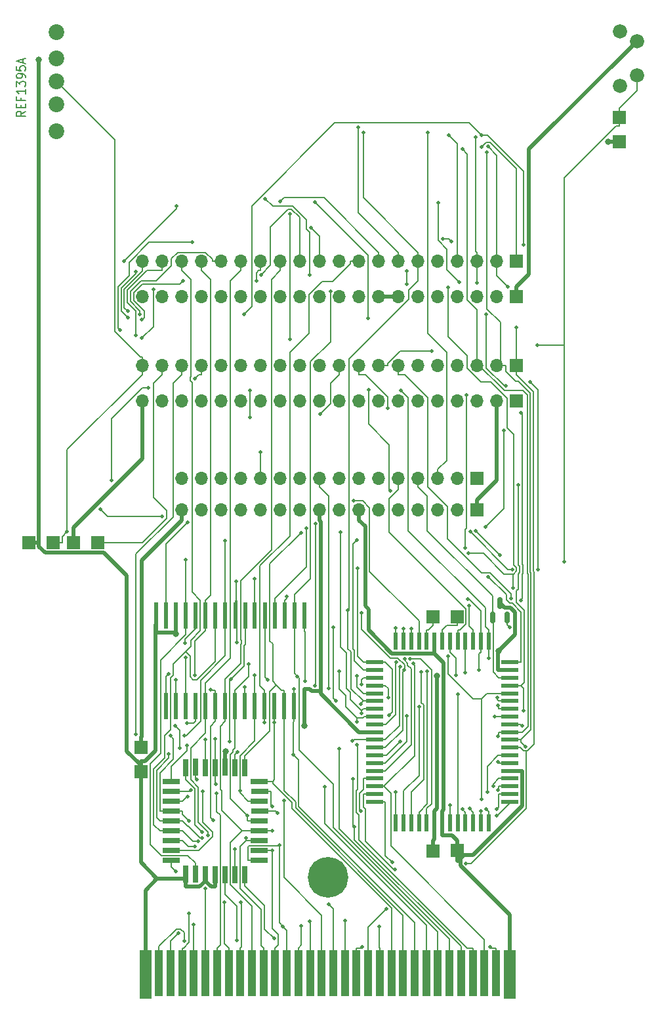
<source format=gbr>
%TF.GenerationSoftware,KiCad,Pcbnew,(6.0.2)*%
%TF.CreationDate,2022-11-18T22:18:21-06:00*%
%TF.ProjectId,REF1395A Optimized,52454631-3339-4354-9120-4f7074696d69,rev?*%
%TF.SameCoordinates,Original*%
%TF.FileFunction,Copper,L1,Top*%
%TF.FilePolarity,Positive*%
%FSLAX46Y46*%
G04 Gerber Fmt 4.6, Leading zero omitted, Abs format (unit mm)*
G04 Created by KiCad (PCBNEW (6.0.2)) date 2022-11-18 22:18:21*
%MOMM*%
%LPD*%
G01*
G04 APERTURE LIST*
G04 Aperture macros list*
%AMRoundRect*
0 Rectangle with rounded corners*
0 $1 Rounding radius*
0 $2 $3 $4 $5 $6 $7 $8 $9 X,Y pos of 4 corners*
0 Add a 4 corners polygon primitive as box body*
4,1,4,$2,$3,$4,$5,$6,$7,$8,$9,$2,$3,0*
0 Add four circle primitives for the rounded corners*
1,1,$1+$1,$2,$3*
1,1,$1+$1,$4,$5*
1,1,$1+$1,$6,$7*
1,1,$1+$1,$8,$9*
0 Add four rect primitives between the rounded corners*
20,1,$1+$1,$2,$3,$4,$5,0*
20,1,$1+$1,$4,$5,$6,$7,0*
20,1,$1+$1,$6,$7,$8,$9,0*
20,1,$1+$1,$8,$9,$2,$3,0*%
G04 Aperture macros list end*
%ADD10C,0.170000*%
%TA.AperFunction,NonConductor*%
%ADD11C,0.170000*%
%TD*%
%TA.AperFunction,SMDPad,CuDef*%
%ADD12R,2.250000X0.600000*%
%TD*%
%TA.AperFunction,SMDPad,CuDef*%
%ADD13R,0.600000X2.250000*%
%TD*%
%TA.AperFunction,SMDPad,CuDef*%
%ADD14RoundRect,0.150000X0.150000X-0.587500X0.150000X0.587500X-0.150000X0.587500X-0.150000X-0.587500X0*%
%TD*%
%TA.AperFunction,ComponentPad*%
%ADD15C,5.240000*%
%TD*%
%TA.AperFunction,SMDPad,CuDef*%
%ADD16R,0.600000X3.420000*%
%TD*%
%TA.AperFunction,SMDPad,CuDef*%
%ADD17R,1.670000X1.670000*%
%TD*%
%TA.AperFunction,SMDPad,CuDef*%
%ADD18R,1.500000X6.250000*%
%TD*%
%TA.AperFunction,SMDPad,CuDef*%
%ADD19R,1.000000X6.000000*%
%TD*%
%TA.AperFunction,ComponentPad*%
%ADD20C,1.830000*%
%TD*%
%TA.AperFunction,ComponentPad*%
%ADD21C,2.020000*%
%TD*%
%TA.AperFunction,SMDPad,CuDef*%
%ADD22R,0.650000X2.300000*%
%TD*%
%TA.AperFunction,SMDPad,CuDef*%
%ADD23R,2.300000X0.650000*%
%TD*%
%TA.AperFunction,ComponentPad*%
%ADD24R,1.700000X1.700000*%
%TD*%
%TA.AperFunction,ComponentPad*%
%ADD25O,1.700000X1.700000*%
%TD*%
%TA.AperFunction,ViaPad*%
%ADD26C,0.500000*%
%TD*%
%TA.AperFunction,ViaPad*%
%ADD27C,0.800000*%
%TD*%
%TA.AperFunction,Conductor*%
%ADD28C,0.200000*%
%TD*%
%TA.AperFunction,Conductor*%
%ADD29C,0.500000*%
%TD*%
G04 APERTURE END LIST*
D10*
D11*
X105519857Y-77417000D02*
X104948428Y-77767000D01*
X105519857Y-78017000D02*
X104319857Y-78017000D01*
X104319857Y-77617000D01*
X104377000Y-77517000D01*
X104434142Y-77467000D01*
X104548428Y-77417000D01*
X104719857Y-77417000D01*
X104834142Y-77467000D01*
X104891285Y-77517000D01*
X104948428Y-77617000D01*
X104948428Y-78017000D01*
X104891285Y-76967000D02*
X104891285Y-76617000D01*
X105519857Y-76467000D02*
X105519857Y-76967000D01*
X104319857Y-76967000D01*
X104319857Y-76467000D01*
X104891285Y-75667000D02*
X104891285Y-76017000D01*
X105519857Y-76017000D02*
X104319857Y-76017000D01*
X104319857Y-75517000D01*
X105519857Y-74567000D02*
X105519857Y-75167000D01*
X105519857Y-74867000D02*
X104319857Y-74867000D01*
X104491285Y-74967000D01*
X104605571Y-75067000D01*
X104662714Y-75167000D01*
X104319857Y-74217000D02*
X104319857Y-73567000D01*
X104777000Y-73917000D01*
X104777000Y-73767000D01*
X104834142Y-73667000D01*
X104891285Y-73617000D01*
X105005571Y-73567000D01*
X105291285Y-73567000D01*
X105405571Y-73617000D01*
X105462714Y-73667000D01*
X105519857Y-73767000D01*
X105519857Y-74067000D01*
X105462714Y-74167000D01*
X105405571Y-74217000D01*
X105519857Y-73067000D02*
X105519857Y-72867000D01*
X105462714Y-72767000D01*
X105405571Y-72717000D01*
X105234142Y-72617000D01*
X105005571Y-72567000D01*
X104548428Y-72567000D01*
X104434142Y-72617000D01*
X104377000Y-72667000D01*
X104319857Y-72767000D01*
X104319857Y-72967000D01*
X104377000Y-73067000D01*
X104434142Y-73117000D01*
X104548428Y-73167000D01*
X104834142Y-73167000D01*
X104948428Y-73117000D01*
X105005571Y-73067000D01*
X105062714Y-72967000D01*
X105062714Y-72767000D01*
X105005571Y-72667000D01*
X104948428Y-72617000D01*
X104834142Y-72567000D01*
X104319857Y-71617000D02*
X104319857Y-72117000D01*
X104891285Y-72167000D01*
X104834142Y-72117000D01*
X104777000Y-72017000D01*
X104777000Y-71767000D01*
X104834142Y-71667000D01*
X104891285Y-71617000D01*
X105005571Y-71567000D01*
X105291285Y-71567000D01*
X105405571Y-71617000D01*
X105462714Y-71667000D01*
X105519857Y-71767000D01*
X105519857Y-72017000D01*
X105462714Y-72117000D01*
X105405571Y-72167000D01*
X105177000Y-71167000D02*
X105177000Y-70667000D01*
X105519857Y-71267000D02*
X104319857Y-70917000D01*
X105519857Y-70567000D01*
D12*
%TO.P,U3,1,I/O*%
%TO.N,/D0*%
X150517000Y-148512000D03*
%TO.P,U3,2,I/O*%
%TO.N,/D1*%
X150517000Y-149512000D03*
%TO.P,U3,3,I/O*%
%TO.N,/D2*%
X150517000Y-150512000D03*
%TO.P,U3,4,I/O*%
%TO.N,/D3*%
X150517000Y-151512000D03*
%TO.P,U3,5,I/O*%
%TO.N,/D4*%
X150517000Y-152512000D03*
%TO.P,U3,6,I/O*%
%TO.N,/D5*%
X150517000Y-153512000D03*
%TO.P,U3,7,I/O*%
%TO.N,/D6*%
X150517000Y-154512000D03*
%TO.P,U3,8,I/O*%
%TO.N,/D7*%
X150517000Y-155512000D03*
%TO.P,U3,9,I/O*%
%TO.N,/Pin_9*%
X150517000Y-156512000D03*
%TO.P,U3,10,GND*%
%TO.N,/GND*%
X150517000Y-157512000D03*
%TO.P,U3,11,I/O*%
%TO.N,/CE_SST*%
X150517000Y-158512000D03*
%TO.P,U3,12,I/O*%
%TO.N,/CE_V62*%
X150517000Y-159512000D03*
%TO.P,U3,13,I/O*%
%TO.N,/Rd_Game*%
X150517000Y-160512000D03*
%TO.P,U3,14,I/O*%
%TO.N,/Wr_Game*%
X150517000Y-161512000D03*
%TO.P,U3,15,I/O*%
%TO.N,/Pin_15*%
X150517000Y-162512000D03*
%TO.P,U3,16,I/O*%
%TO.N,/Rd_Sys*%
X150517000Y-163512000D03*
%TO.P,U3,17,I/O*%
%TO.N,/Reset*%
X150517000Y-164512000D03*
%TO.P,U3,18,I/O*%
%TO.N,/Switch*%
X150517000Y-165512000D03*
%TO.P,U3,19,I/O*%
%TO.N,/Wr_Sys*%
X150517000Y-166512000D03*
D13*
%TO.P,U3,20,I/O*%
%TO.N,/Button*%
X153267000Y-169262000D03*
%TO.P,U3,21,I/O*%
%TO.N,/Pin_21*%
X154267000Y-169262000D03*
%TO.P,U3,22,I/O*%
%TO.N,/Pin_22*%
X155267000Y-169262000D03*
%TO.P,U3,23,I/O*%
%TO.N,/A15_Game*%
X156267000Y-169262000D03*
%TO.P,U3,24,I/O*%
%TO.N,/Pin_24*%
X157267000Y-169262000D03*
%TO.P,U3,25,VCC*%
%TO.N,/VCC*%
X158267000Y-169262000D03*
%TO.P,U3,26,GND*%
%TO.N,/GND*%
X159267000Y-169262000D03*
%TO.P,U3,27,I/O*%
%TO.N,/A0*%
X160267000Y-169262000D03*
%TO.P,U3,28,I/O*%
%TO.N,/A1*%
X161267000Y-169262000D03*
%TO.P,U3,29,I/O*%
%TO.N,/A2*%
X162267000Y-169262000D03*
%TO.P,U3,30,I/O*%
%TO.N,/A3*%
X163267000Y-169262000D03*
%TO.P,U3,31,I/O*%
%TO.N,/A4*%
X164267000Y-169262000D03*
%TO.P,U3,32,I/O*%
%TO.N,/A5*%
X165267000Y-169262000D03*
D12*
%TO.P,U3,33,I/O*%
%TO.N,/A6*%
X168017000Y-166512000D03*
%TO.P,U3,34,I/O*%
%TO.N,/A7*%
X168017000Y-165512000D03*
%TO.P,U3,35,I/O*%
%TO.N,/A8*%
X168017000Y-164512000D03*
%TO.P,U3,36,I/O*%
%TO.N,/A9*%
X168017000Y-163512000D03*
%TO.P,U3,37,GND*%
%TO.N,/GND*%
X168017000Y-162512000D03*
%TO.P,U3,38,I/O*%
%TO.N,/A10*%
X168017000Y-161512000D03*
%TO.P,U3,39,I/O*%
%TO.N,/A11*%
X168017000Y-160512000D03*
%TO.P,U3,40,I/O*%
%TO.N,/A12*%
X168017000Y-159512000D03*
%TO.P,U3,41,I/O*%
%TO.N,/A13*%
X168017000Y-158512000D03*
%TO.P,U3,42,I/O*%
%TO.N,/A14*%
X168017000Y-157512000D03*
%TO.P,U3,43,I/O*%
%TO.N,/A15_Sys*%
X168017000Y-156512000D03*
%TO.P,U3,44,I/O*%
%TO.N,/Pin_44*%
X168017000Y-155512000D03*
%TO.P,U3,45,I/O*%
%TO.N,/A13_SST*%
X168017000Y-154512000D03*
%TO.P,U3,46,I/O*%
%TO.N,/A14_SST*%
X168017000Y-153512000D03*
%TO.P,U3,47,I/O*%
%TO.N,/A15_SST*%
X168017000Y-152512000D03*
%TO.P,U3,48,I/O*%
%TO.N,/A16_SST*%
X168017000Y-151512000D03*
%TO.P,U3,49,I/O*%
%TO.N,/BC847C*%
X168017000Y-150512000D03*
%TO.P,U3,50,VCC*%
%TO.N,/VCC*%
X168017000Y-149512000D03*
%TO.P,U3,51,I/O*%
%TO.N,/A12_V62*%
X168017000Y-148512000D03*
D13*
%TO.P,U3,52,I/O*%
%TO.N,/A13_V62*%
X165267000Y-145762000D03*
%TO.P,U3,53,I/O*%
%TO.N,/A14_V62*%
X164267000Y-145762000D03*
%TO.P,U3,54,I/O*%
%TO.N,/A15_V62*%
X163267000Y-145762000D03*
%TO.P,U3,55,I/O*%
%TO.N,/A16_V62*%
X162267000Y-145762000D03*
%TO.P,U3,56,I/O*%
%TO.N,/WE*%
X161267000Y-145762000D03*
%TO.P,U3,57,I/O*%
%TO.N,/OE_V62*%
X160267000Y-145762000D03*
%TO.P,U3,58,I/O*%
%TO.N,/Ind1*%
X159267000Y-145762000D03*
%TO.P,U3,59,GND*%
%TO.N,/GND*%
X158267000Y-145762000D03*
%TO.P,U3,60,I/O*%
%TO.N,/Ind2*%
X157267000Y-145762000D03*
%TO.P,U3,61,I/O*%
%TO.N,/Pin_61*%
X156267000Y-145762000D03*
%TO.P,U3,62,I/O*%
%TO.N,/Pin_62*%
X155267000Y-145762000D03*
%TO.P,U3,63,I/O*%
%TO.N,/Pin_63*%
X154267000Y-145762000D03*
%TO.P,U3,64,I/O*%
%TO.N,/Pin_64*%
X153267000Y-145762000D03*
%TD*%
D14*
%TO.P,Q1,1,B*%
%TO.N,/BC847C*%
X165788000Y-142749500D03*
%TO.P,Q1,2,E*%
%TO.N,/D0*%
X167688000Y-142749500D03*
%TO.P,Q1,3,C*%
%TO.N,/VCC*%
X166738000Y-140874500D03*
%TD*%
D15*
%TO.P,Hole,1*%
%TO.N,N/C*%
X144577000Y-176279000D03*
%TD*%
D16*
%TO.P,U2,1,N/C*%
%TO.N,/VCC*%
X122314500Y-154136000D03*
%TO.P,U2,2,A16*%
%TO.N,/A16_V62*%
X123585500Y-154136000D03*
%TO.P,U2,3,A14*%
%TO.N,/A14_V62*%
X124855500Y-154136000D03*
%TO.P,U2,4,A12*%
%TO.N,/A12_V62*%
X126160500Y-154133000D03*
%TO.P,U2,5,A7*%
%TO.N,/A7*%
X127435500Y-154133000D03*
%TO.P,U2,6,A6*%
%TO.N,/A6*%
X128700500Y-154133000D03*
%TO.P,U2,7,A5*%
%TO.N,/A5*%
X129975500Y-154133000D03*
%TO.P,U2,8,A4*%
%TO.N,/A4*%
X131246500Y-154133000D03*
%TO.P,U2,9,A3*%
%TO.N,/A3*%
X132551500Y-154133000D03*
%TO.P,U2,10,A2*%
%TO.N,/A2*%
X133822500Y-154133000D03*
%TO.P,U2,11,A1*%
%TO.N,/A1*%
X135050500Y-154133000D03*
%TO.P,U2,12,A0*%
%TO.N,/A0*%
X136357500Y-154133000D03*
%TO.P,U2,13,I/O_0*%
%TO.N,/D0*%
X137638500Y-154133000D03*
%TO.P,U2,14,I/O_1*%
%TO.N,/D1*%
X138904500Y-154132000D03*
%TO.P,U2,15,I/O_2*%
%TO.N,/D2*%
X140169500Y-154132000D03*
%TO.P,U2,16,GND*%
%TO.N,/GND*%
X141477500Y-154132000D03*
%TO.P,U2,17,I/O_3*%
%TO.N,/D3*%
X141519500Y-142502000D03*
%TO.P,U2,18,I/O_4*%
%TO.N,/D4*%
X140213500Y-142500000D03*
%TO.P,U2,19,I/O_5*%
%TO.N,/D5*%
X138938500Y-142513000D03*
%TO.P,U2,20,I/O_6*%
%TO.N,/D6*%
X137673500Y-142503000D03*
%TO.P,U2,21,I/O_7*%
%TO.N,/D7*%
X136398500Y-142507000D03*
%TO.P,U2,22,CE_1*%
%TO.N,/CE_V62*%
X135096500Y-142507000D03*
%TO.P,U2,23,A10*%
%TO.N,/A10*%
X133863500Y-142507000D03*
%TO.P,U2,24,OE*%
%TO.N,/OE_V62*%
X132587500Y-142507000D03*
%TO.P,U2,25,A11*%
%TO.N,/A11*%
X131285500Y-142504000D03*
%TO.P,U2,26,A9*%
%TO.N,/A9*%
X130014500Y-142504000D03*
%TO.P,U2,27,A8*%
%TO.N,/A8*%
X128741500Y-142506000D03*
%TO.P,U2,28,A13*%
%TO.N,/A13_V62*%
X127471500Y-142506000D03*
%TO.P,U2,29,WE*%
%TO.N,/WE*%
X126207500Y-142506000D03*
%TO.P,U2,30,CE_2*%
%TO.N,/VCC*%
X124896500Y-142506000D03*
%TO.P,U2,31,A15*%
%TO.N,/A15_V62*%
X123618500Y-142507000D03*
%TO.P,U2,32,VCC*%
%TO.N,/VCC*%
X122353500Y-142507000D03*
%TD*%
D17*
%TO.P,C1,1*%
%TO.N,/GND*%
X120412000Y-159466000D03*
%TO.P,C1,2*%
%TO.N,/VCC*%
X120421000Y-162597000D03*
%TD*%
D18*
%TO.P,J1,1,+5V*%
%TO.N,/VCC*%
X120962484Y-188785200D03*
D19*
%TO.P,J1,2,Clock*%
%TO.N,/Clk*%
X122712742Y-188660200D03*
%TO.P,J1,3,Write*%
%TO.N,/Wr_Sys*%
X124213000Y-188660200D03*
%TO.P,J1,4,Read*%
%TO.N,/Rd_Sys*%
X125713258Y-188660200D03*
%TO.P,J1,5,CS*%
%TO.N,/CS*%
X127213516Y-188660200D03*
%TO.P,J1,6,A0*%
%TO.N,/A0*%
X128713774Y-188660200D03*
%TO.P,J1,7,A1*%
%TO.N,/A1*%
X130214032Y-188660200D03*
%TO.P,J1,8,A2*%
%TO.N,/A2*%
X131714290Y-188660200D03*
%TO.P,J1,9,A3*%
%TO.N,/A3*%
X133214548Y-188660200D03*
%TO.P,J1,10,A4*%
%TO.N,/A4*%
X134714806Y-188660200D03*
%TO.P,J1,11,A5*%
%TO.N,/A5*%
X136215064Y-188660200D03*
%TO.P,J1,12,A6*%
%TO.N,/A6*%
X137715322Y-188660200D03*
%TO.P,J1,13,A7*%
%TO.N,/A7*%
X139215580Y-188660200D03*
%TO.P,J1,14,A8*%
%TO.N,/A8*%
X140715838Y-188660200D03*
%TO.P,J1,15,A9*%
%TO.N,/A9*%
X142216096Y-188660200D03*
%TO.P,J1,16,A10*%
%TO.N,/A10*%
X143716354Y-188660200D03*
%TO.P,J1,17,A11*%
%TO.N,/A11*%
X145216612Y-188660200D03*
%TO.P,J1,18,A12*%
%TO.N,/A12*%
X146716870Y-188660200D03*
%TO.P,J1,19,A13*%
%TO.N,/A13*%
X148217128Y-188660200D03*
%TO.P,J1,20,A14*%
%TO.N,/A14*%
X149717386Y-188660200D03*
%TO.P,J1,21,A15*%
%TO.N,/A15_Sys*%
X151217644Y-188660200D03*
%TO.P,J1,22,Data_0*%
%TO.N,/D0*%
X152717902Y-188660200D03*
%TO.P,J1,23,Data_1*%
%TO.N,/D1*%
X154218160Y-188660200D03*
%TO.P,J1,24,Data_2*%
%TO.N,/D2*%
X155718418Y-188660200D03*
%TO.P,J1,25,Data_3*%
%TO.N,/D3*%
X157218676Y-188660200D03*
%TO.P,J1,26,Data_4*%
%TO.N,/D4*%
X158718934Y-188660200D03*
%TO.P,J1,27,Data_5*%
%TO.N,/D5*%
X160219192Y-188660200D03*
%TO.P,J1,28,Data_6*%
%TO.N,/D6*%
X161719450Y-188660200D03*
%TO.P,J1,29,Data_7*%
%TO.N,/D7*%
X163219708Y-188660200D03*
%TO.P,J1,30,Reset*%
%TO.N,/Reset*%
X164719966Y-188660200D03*
%TO.P,J1,31,Audio*%
%TO.N,/Audio*%
X166220224Y-188660200D03*
D18*
%TO.P,J1,32,GND*%
%TO.N,/GND*%
X167970484Y-188785200D03*
%TD*%
D17*
%TO.P,R2,1*%
%TO.N,/Button*%
X182143500Y-78196000D03*
%TO.P,R2,2*%
%TO.N,/VCC*%
X182152500Y-81327000D03*
%TD*%
D20*
%TO.P,SW1,1,1*%
%TO.N,unconnected-(SW1-Pad1)*%
X182246500Y-67091000D03*
%TO.P,SW1,2,2*%
%TO.N,/GND*%
X184389500Y-68364000D03*
%TO.P,SW1,3,3*%
%TO.N,/Button*%
X184429500Y-72815000D03*
%TO.P,SW1,4,4*%
%TO.N,unconnected-(SW1-Pad4)*%
X182246500Y-74121000D03*
%TD*%
D17*
%TO.P,C3,1*%
%TO.N,/GND*%
X111730500Y-133072500D03*
%TO.P,C3,2*%
%TO.N,/Button*%
X114861500Y-133063500D03*
%TD*%
%TO.P,I1,1*%
%TO.N,/Ind1*%
X161186000Y-142641000D03*
%TO.P,I1,2*%
%TO.N,/Ind2*%
X158055000Y-142650000D03*
%TD*%
D21*
%TO.P,J3,1,A*%
%TO.N,unconnected-(J3-Pad1)*%
X109476000Y-76511000D03*
%TO.P,J3,2,B*%
%TO.N,/Switch*%
X109479000Y-73538000D03*
%TO.P,J3,3,C*%
%TO.N,/GND*%
X109478000Y-70635000D03*
%TO.P,J3,4*%
%TO.N,N/C*%
X109478000Y-79968000D03*
%TO.P,J3,5*%
X109480000Y-67186000D03*
%TD*%
D17*
%TO.P,R1,1*%
%TO.N,/Switch*%
X109076000Y-133075000D03*
%TO.P,R1,2*%
%TO.N,/VCC*%
X105945000Y-133084000D03*
%TD*%
D22*
%TO.P,U1,1,N/C*%
%TO.N,/VCC*%
X129991000Y-175878000D03*
%TO.P,U1,2,A16*%
%TO.N,/A16_SST*%
X131263000Y-175880000D03*
%TO.P,U1,3,A15*%
%TO.N,/A15_SST*%
X132532000Y-175879000D03*
%TO.P,U1,4,A12*%
%TO.N,/A12*%
X133802000Y-175879000D03*
D23*
%TO.P,U1,5,A7*%
%TO.N,/A7*%
X135692000Y-174058000D03*
%TO.P,U1,6,A6*%
%TO.N,/A6*%
X135692000Y-172789000D03*
%TO.P,U1,7,A5*%
%TO.N,/A5*%
X135690000Y-171518000D03*
%TO.P,U1,8,A4*%
%TO.N,/A4*%
X135691000Y-170248000D03*
%TO.P,U1,9,A3*%
%TO.N,/A3*%
X135692000Y-168982000D03*
%TO.P,U1,10,A2*%
%TO.N,/A2*%
X135693000Y-167709000D03*
%TO.P,U1,11,A1*%
%TO.N,/A1*%
X135691000Y-166438000D03*
%TO.P,U1,12,A0*%
%TO.N,/A0*%
X135693000Y-165171000D03*
%TO.P,U1,13,DQ0*%
%TO.N,/D0*%
X135690000Y-163901000D03*
D22*
%TO.P,U1,14,DQ1*%
%TO.N,/D1*%
X133799000Y-162077000D03*
%TO.P,U1,15,DQ2*%
%TO.N,/D2*%
X132530000Y-162080000D03*
%TO.P,U1,16,GND*%
%TO.N,/GND*%
X131261000Y-162076000D03*
%TO.P,U1,17,DQ3*%
%TO.N,/D3*%
X129992000Y-162077000D03*
%TO.P,U1,18,DQ4*%
%TO.N,/D4*%
X128724000Y-162077000D03*
%TO.P,U1,19,DQ5*%
%TO.N,/D5*%
X127451000Y-162076000D03*
%TO.P,U1,20,DQ6*%
%TO.N,/D6*%
X126180000Y-162077000D03*
D23*
%TO.P,U1,21,DQ7*%
%TO.N,/D7*%
X124290000Y-163895000D03*
%TO.P,U1,22,CE#*%
%TO.N,/CE_SST*%
X124290000Y-165171000D03*
%TO.P,U1,23,A10*%
%TO.N,/A10*%
X124290000Y-166436000D03*
%TO.P,U1,24,OE#*%
%TO.N,/Rd_Sys*%
X124294000Y-167712000D03*
%TO.P,U1,25,A11*%
%TO.N,/A11*%
X124289000Y-168976000D03*
%TO.P,U1,26,A9*%
%TO.N,/A9*%
X124296000Y-170249000D03*
%TO.P,U1,27,A8*%
%TO.N,/A8*%
X124295000Y-171517000D03*
%TO.P,U1,28,A13*%
%TO.N,/A13_SST*%
X124295000Y-172789000D03*
%TO.P,U1,29,A14*%
%TO.N,/A14_SST*%
X124294000Y-174060000D03*
D22*
%TO.P,U1,30,N/C*%
%TO.N,/VCC*%
X126182000Y-175876000D03*
%TO.P,U1,31,WE#*%
%TO.N,/WE*%
X127450000Y-175876000D03*
%TO.P,U1,32,VCC*%
%TO.N,/VCC*%
X128722000Y-175881000D03*
%TD*%
D17*
%TO.P,C2,1*%
%TO.N,/GND*%
X161204000Y-172825000D03*
%TO.P,C2,2*%
%TO.N,/VCC*%
X158073000Y-172834000D03*
%TD*%
D24*
%TO.P,J5,1,Pin_1*%
%TO.N,/CE_SST*%
X163781000Y-124759000D03*
D25*
%TO.P,J5,2,Pin_2*%
%TO.N,/CE_V62*%
X161241000Y-124759000D03*
%TO.P,J5,3,Pin_3*%
%TO.N,/Reset*%
X158701000Y-124759000D03*
%TO.P,J5,4,Pin_4*%
%TO.N,/BC847C*%
X156161000Y-124759000D03*
%TO.P,J5,5,Pin_5*%
%TO.N,/WE*%
X153621000Y-124759000D03*
%TO.P,J5,6,Pin_6*%
%TO.N,/OE_V62*%
X151081000Y-124759000D03*
%TO.P,J5,7,Pin_7*%
%TO.N,/Pin_9*%
X148541000Y-124759000D03*
%TO.P,J5,8,Pin_8*%
%TO.N,/Pin_15*%
X146001000Y-124759000D03*
%TO.P,J5,9,Pin_9*%
%TO.N,/Pin_21*%
X143461000Y-124759000D03*
%TO.P,J5,10,Pin_10*%
%TO.N,/Pin_22*%
X140921000Y-124759000D03*
%TO.P,J5,11,Pin_11*%
%TO.N,/Pin_24*%
X138381000Y-124759000D03*
%TO.P,J5,12,Pin_12*%
%TO.N,/Pin_44*%
X135841000Y-124759000D03*
%TO.P,J5,13,Pin_13*%
%TO.N,/Pin_61*%
X133301000Y-124759000D03*
%TO.P,J5,14,Pin_14*%
%TO.N,/Pin_62*%
X130761000Y-124759000D03*
%TO.P,J5,15,Pin_15*%
%TO.N,/Pin_63*%
X128221000Y-124759000D03*
%TO.P,J5,16,Pin_16*%
%TO.N,/Pin_64*%
X125681000Y-124759000D03*
%TD*%
D24*
%TO.P,J4,1,Pin_1*%
%TO.N,/GND*%
X163781000Y-128863000D03*
D25*
%TO.P,J4,2,Pin_2*%
X161241000Y-128863000D03*
%TO.P,J4,3,Pin_3*%
X158701000Y-128863000D03*
%TO.P,J4,4,Pin_4*%
X156161000Y-128863000D03*
%TO.P,J4,5,Pin_5*%
X153621000Y-128863000D03*
%TO.P,J4,6,Pin_6*%
X151081000Y-128863000D03*
%TO.P,J4,7,Pin_7*%
X148541000Y-128863000D03*
%TO.P,J4,8,Pin_8*%
X146001000Y-128863000D03*
%TO.P,J4,9,Pin_9*%
X143461000Y-128863000D03*
%TO.P,J4,10,Pin_10*%
X140921000Y-128863000D03*
%TO.P,J4,11,Pin_11*%
X138381000Y-128863000D03*
%TO.P,J4,12,Pin_12*%
X135841000Y-128863000D03*
%TO.P,J4,13,Pin_13*%
X133301000Y-128863000D03*
%TO.P,J4,14,Pin_14*%
X130761000Y-128863000D03*
%TO.P,J4,15,Pin_15*%
X128221000Y-128863000D03*
%TO.P,J4,16,Pin_16*%
X125681000Y-128863000D03*
%TD*%
D24*
%TO.P,J8,1,Pin_1*%
%TO.N,/GND*%
X168856000Y-101324700D03*
D25*
%TO.P,J8,2,Pin_2*%
X166316000Y-101324700D03*
%TO.P,J8,3,Pin_3*%
X163776000Y-101324700D03*
%TO.P,J8,4,Pin_4*%
X161236000Y-101324700D03*
%TO.P,J8,5,Pin_5*%
X158696000Y-101324700D03*
%TO.P,J8,6,Pin_6*%
X156156000Y-101324700D03*
%TO.P,J8,7,Pin_7*%
X153616000Y-101324700D03*
%TO.P,J8,8,Pin_8*%
X151076000Y-101324700D03*
%TO.P,J8,9,Pin_9*%
X148536000Y-101324700D03*
%TO.P,J8,10,Pin_10*%
X145996000Y-101324700D03*
%TO.P,J8,11,Pin_11*%
X143456000Y-101324700D03*
%TO.P,J8,12,Pin_12*%
X140916000Y-101324700D03*
%TO.P,J8,13,Pin_13*%
X138376000Y-101324700D03*
%TO.P,J8,14,Pin_14*%
X135836000Y-101324700D03*
%TO.P,J8,15,Pin_15*%
X133296000Y-101324700D03*
%TO.P,J8,16,Pin_16*%
X130756000Y-101324700D03*
%TO.P,J8,17,Pin_17*%
X128216000Y-101324700D03*
%TO.P,J8,18,Pin_18*%
X125676000Y-101324700D03*
%TO.P,J8,19,Pin_19*%
X123136000Y-101324700D03*
%TO.P,J8,20,Pin_20*%
X120596000Y-101324700D03*
%TD*%
D24*
%TO.P,J7,1,Pin_1*%
%TO.N,/A12*%
X168856000Y-110228000D03*
D25*
%TO.P,J7,2,Pin_2*%
%TO.N,/A13*%
X166316000Y-110228000D03*
%TO.P,J7,3,Pin_3*%
%TO.N,/A14*%
X163776000Y-110228000D03*
%TO.P,J7,4,Pin_4*%
%TO.N,/A15_Sys*%
X161236000Y-110228000D03*
%TO.P,J7,5,Pin_5*%
%TO.N,/A15_Game*%
X158696000Y-110228000D03*
%TO.P,J7,6,Pin_6*%
%TO.N,/A13_SST*%
X156156000Y-110228000D03*
%TO.P,J7,7,Pin_7*%
%TO.N,/A14_SST*%
X153616000Y-110228000D03*
%TO.P,J7,8,Pin_8*%
%TO.N,/A15_SST*%
X151076000Y-110228000D03*
%TO.P,J7,9,Pin_9*%
%TO.N,/A16_SST*%
X148536000Y-110228000D03*
%TO.P,J7,10,Pin_10*%
%TO.N,/A12_V62*%
X145996000Y-110228000D03*
%TO.P,J7,11,Pin_11*%
%TO.N,/A13_V62*%
X143456000Y-110228000D03*
%TO.P,J7,12,Pin_12*%
%TO.N,/A14_V62*%
X140916000Y-110228000D03*
%TO.P,J7,13,Pin_13*%
%TO.N,/A15_V62*%
X138376000Y-110228000D03*
%TO.P,J7,14,Pin_14*%
%TO.N,/A16_V62*%
X135836000Y-110228000D03*
%TO.P,J7,15,Pin_15*%
%TO.N,/Rd_Game*%
X133296000Y-110228000D03*
%TO.P,J7,16,Pin_16*%
%TO.N,/Wr_Game*%
X130756000Y-110228000D03*
%TO.P,J7,17,Pin_17*%
%TO.N,/Rd_Sys*%
X128216000Y-110228000D03*
%TO.P,J7,18,Pin_18*%
%TO.N,/Wr_Sys*%
X125676000Y-110228000D03*
%TO.P,J7,19,Pin_19*%
%TO.N,/Button*%
X123136000Y-110228000D03*
%TO.P,J7,20,Pin_20*%
%TO.N,/Switch*%
X120596000Y-110228000D03*
%TD*%
D24*
%TO.P,J6,1,Pin_1*%
%TO.N,/GND*%
X168856000Y-114754700D03*
D25*
%TO.P,J6,2,Pin_2*%
X166316000Y-114754700D03*
%TO.P,J6,3,Pin_3*%
X163776000Y-114754700D03*
%TO.P,J6,4,Pin_4*%
X161236000Y-114754700D03*
%TO.P,J6,5,Pin_5*%
X158696000Y-114754700D03*
%TO.P,J6,6,Pin_6*%
X156156000Y-114754700D03*
%TO.P,J6,7,Pin_7*%
X153616000Y-114754700D03*
%TO.P,J6,8,Pin_8*%
X151076000Y-114754700D03*
%TO.P,J6,9,Pin_9*%
X148536000Y-114754700D03*
%TO.P,J6,10,Pin_10*%
X145996000Y-114754700D03*
%TO.P,J6,11,Pin_11*%
X143456000Y-114754700D03*
%TO.P,J6,12,Pin_12*%
X140916000Y-114754700D03*
%TO.P,J6,13,Pin_13*%
X138376000Y-114754700D03*
%TO.P,J6,14,Pin_14*%
X135836000Y-114754700D03*
%TO.P,J6,15,Pin_15*%
X133296000Y-114754700D03*
%TO.P,J6,16,Pin_16*%
X130756000Y-114754700D03*
%TO.P,J6,17,Pin_17*%
X128216000Y-114754700D03*
%TO.P,J6,18,Pin_18*%
X125676000Y-114754700D03*
%TO.P,J6,19,Pin_19*%
X123136000Y-114754700D03*
%TO.P,J6,20,Pin_20*%
X120596000Y-114754700D03*
%TD*%
D24*
%TO.P,J9,1,Pin_1*%
%TO.N,/D0*%
X168856000Y-96798000D03*
D25*
%TO.P,J9,2,Pin_2*%
%TO.N,/D1*%
X166316000Y-96798000D03*
%TO.P,J9,3,Pin_3*%
%TO.N,/D2*%
X163776000Y-96798000D03*
%TO.P,J9,4,Pin_4*%
%TO.N,/D3*%
X161236000Y-96798000D03*
%TO.P,J9,5,Pin_5*%
%TO.N,/D4*%
X158696000Y-96798000D03*
%TO.P,J9,6,Pin_6*%
%TO.N,/D5*%
X156156000Y-96798000D03*
%TO.P,J9,7,Pin_7*%
%TO.N,/D6*%
X153616000Y-96798000D03*
%TO.P,J9,8,Pin_8*%
%TO.N,/D7*%
X151076000Y-96798000D03*
%TO.P,J9,9,Pin_9*%
%TO.N,/A0*%
X148536000Y-96798000D03*
%TO.P,J9,10,Pin_10*%
%TO.N,/A1*%
X145996000Y-96798000D03*
%TO.P,J9,11,Pin_11*%
%TO.N,/A2*%
X143456000Y-96798000D03*
%TO.P,J9,12,Pin_12*%
%TO.N,/A3*%
X140916000Y-96798000D03*
%TO.P,J9,13,Pin_13*%
%TO.N,/A4*%
X138376000Y-96798000D03*
%TO.P,J9,14,Pin_14*%
%TO.N,/A5*%
X135836000Y-96798000D03*
%TO.P,J9,15,Pin_15*%
%TO.N,/A6*%
X133296000Y-96798000D03*
%TO.P,J9,16,Pin_16*%
%TO.N,/A7*%
X130756000Y-96798000D03*
%TO.P,J9,17,Pin_17*%
%TO.N,/A8*%
X128216000Y-96798000D03*
%TO.P,J9,18,Pin_18*%
%TO.N,/A9*%
X125676000Y-96798000D03*
%TO.P,J9,19,Pin_19*%
%TO.N,/A10*%
X123136000Y-96798000D03*
%TO.P,J9,20,Pin_20*%
%TO.N,/A11*%
X120596000Y-96798000D03*
%TD*%
D26*
%TO.N,/D0*%
X148324000Y-136339500D03*
X137638500Y-156300600D03*
X162618400Y-134461400D03*
X164358200Y-82002100D03*
X167984500Y-143986000D03*
X168449600Y-138918600D03*
X152397700Y-155348600D03*
X160059300Y-100179500D03*
%TO.N,/D1*%
X164926200Y-103590100D03*
X167231800Y-118573500D03*
X164821400Y-131059700D03*
X148256800Y-132721700D03*
X167745700Y-100052400D03*
X165158700Y-81981800D03*
X167516200Y-112871300D03*
X141029000Y-131795900D03*
%TO.N,/D2*%
X148870000Y-151371400D03*
X142890100Y-130641500D03*
X142831900Y-151500400D03*
X166749800Y-134650000D03*
X140055800Y-160434800D03*
X132853400Y-160092900D03*
X163776000Y-99533100D03*
X163610300Y-131518500D03*
X140169500Y-151966200D03*
X163600200Y-80783400D03*
%TO.N,/D3*%
X160159400Y-80535700D03*
X152288300Y-153075700D03*
X129992000Y-158354100D03*
X130074600Y-164216300D03*
X141576900Y-150908800D03*
X144103900Y-164613800D03*
%TO.N,/D4*%
X136451300Y-88687800D03*
X142186000Y-98500500D03*
X144844900Y-100622700D03*
X140593700Y-150331300D03*
X148250100Y-150261500D03*
X128724000Y-158495200D03*
%TO.N,/D5*%
X127588100Y-163677800D03*
X149093900Y-80151100D03*
X139201400Y-140018500D03*
X147116800Y-141807000D03*
X148770200Y-153888400D03*
X145942400Y-159635900D03*
%TO.N,/D6*%
X148428700Y-79480900D03*
X146148500Y-131721600D03*
X128274800Y-170411300D03*
X168329100Y-136513700D03*
X160484200Y-94207100D03*
X141720600Y-131241300D03*
X159382600Y-93858700D03*
X148838600Y-155057500D03*
X147780600Y-163557100D03*
X147953900Y-169775300D03*
X162890800Y-131645300D03*
%TO.N,/D7*%
X136731100Y-150735500D03*
X126322900Y-159263300D03*
X154729000Y-98036500D03*
X145982200Y-149645300D03*
X154729000Y-99736900D03*
X148234700Y-156161300D03*
X138332500Y-89091300D03*
X148243300Y-159148800D03*
%TO.N,/Pin_9*%
X153317700Y-148496600D03*
D27*
%TO.N,/GND*%
X141477500Y-156722000D03*
X131356700Y-160012700D03*
D26*
%TO.N,/CE_SST*%
X147673900Y-158682600D03*
X126827900Y-165039600D03*
X153865900Y-149044900D03*
%TO.N,/CE_V62*%
X135096500Y-137724600D03*
X154361100Y-149540000D03*
X148899800Y-142151700D03*
%TO.N,/Rd_Game*%
X153844000Y-158718700D03*
%TO.N,/Wr_Game*%
X133663300Y-103578900D03*
X154699900Y-155424400D03*
X169735200Y-94645200D03*
X164341400Y-80535500D03*
%TO.N,/Pin_15*%
X154426800Y-148049600D03*
%TO.N,/Rd_Sys*%
X148761300Y-167666100D03*
X126556200Y-168948000D03*
X121366000Y-113115200D03*
X124199100Y-158001200D03*
X116592300Y-125039100D03*
X127315200Y-111924300D03*
X126567500Y-180907800D03*
%TO.N,/Reset*%
X155509400Y-148682000D03*
X157426000Y-80132400D03*
%TO.N,/Switch*%
X153182900Y-175283700D03*
X110882600Y-131669100D03*
%TO.N,/Wr_Sys*%
X152813100Y-174316100D03*
X125248000Y-183457700D03*
X119761600Y-157838000D03*
%TO.N,/Button*%
X153267000Y-165255500D03*
X171554600Y-107569600D03*
X175002000Y-135570600D03*
%TO.N,/Pin_21*%
X144611100Y-151841200D03*
X156284500Y-154261000D03*
%TO.N,/Pin_22*%
X156585000Y-149728200D03*
%TO.N,/A15_Game*%
X139646000Y-106790200D03*
X139646000Y-90629700D03*
X157289900Y-149692300D03*
%TO.N,/Pin_24*%
X155127000Y-148074100D03*
D27*
%TO.N,/VCC*%
X166571300Y-147053800D03*
X180680600Y-81348500D03*
X107230100Y-70769100D03*
X124896500Y-144838300D03*
X158601000Y-150242400D03*
D26*
%TO.N,/A0*%
X136357500Y-156293500D03*
X160267000Y-166917800D03*
X128713800Y-177736400D03*
X137334500Y-167112000D03*
%TO.N,/A1*%
X161513000Y-99506800D03*
X130169400Y-165428800D03*
X161267000Y-152595100D03*
X135050500Y-150158600D03*
X133155200Y-165087100D03*
X158741700Y-89198300D03*
%TO.N,/A2*%
X138047400Y-167987300D03*
X142327200Y-92415800D03*
X131185800Y-179481700D03*
X133822500Y-151727300D03*
X117692500Y-105655700D03*
X124796100Y-156706000D03*
X126984100Y-94305100D03*
X125418500Y-159611800D03*
X161895500Y-167465400D03*
%TO.N,/A3*%
X121979700Y-100363500D03*
X120501900Y-106680100D03*
X134112200Y-168265800D03*
X135905700Y-98504300D03*
X134253100Y-148738200D03*
X162788700Y-167384400D03*
X133241800Y-179434700D03*
%TO.N,/A4*%
X164226000Y-167684000D03*
X137301400Y-170248000D03*
%TO.N,/A5*%
X135282200Y-99284500D03*
X133933200Y-171157300D03*
X125822100Y-99284500D03*
X129739600Y-168895400D03*
X120512300Y-104328700D03*
X164926200Y-167484900D03*
X129386200Y-152046600D03*
%TO.N,/A6*%
X137312900Y-172789000D03*
X166272400Y-168262000D03*
X129040100Y-170838700D03*
%TO.N,/A7*%
X166340200Y-167492500D03*
X138701500Y-182581500D03*
X120242600Y-103578900D03*
X126308800Y-156401200D03*
X138247500Y-172096600D03*
%TO.N,/A8*%
X141056200Y-182497400D03*
X166434500Y-164959300D03*
X127376600Y-150221200D03*
X127348000Y-172237600D03*
%TO.N,/A9*%
X127735200Y-171634600D03*
X165871300Y-164507100D03*
X142166200Y-181950900D03*
%TO.N,/A10*%
X131847000Y-158744600D03*
X138840100Y-166342400D03*
X166440400Y-161360500D03*
X126396400Y-165873800D03*
X119716900Y-106322700D03*
X132051100Y-150659200D03*
%TO.N,/A11*%
X124002300Y-160380100D03*
X123144100Y-129692800D03*
X144661300Y-179749300D03*
X118693900Y-103231300D03*
X126037400Y-157949900D03*
X115142100Y-128741400D03*
X131285500Y-132852300D03*
X128281300Y-171190400D03*
X165097900Y-165229200D03*
%TO.N,/A12*%
X142867800Y-89122400D03*
X149702700Y-104083600D03*
X162331500Y-174461200D03*
X168856000Y-105284200D03*
X146716900Y-181819100D03*
X137579500Y-184150400D03*
%TO.N,/A13*%
X165037500Y-82698300D03*
X170003500Y-159398600D03*
X148967300Y-185229900D03*
%TO.N,/A14*%
X152061600Y-180351800D03*
X166427900Y-158093900D03*
X161889700Y-82305300D03*
%TO.N,/A15_Sys*%
X169601200Y-156735500D03*
X151145600Y-182601700D03*
X171595300Y-136521300D03*
X170582900Y-112342600D03*
%TO.N,/Pin_44*%
X166007800Y-155534800D03*
X145544400Y-153471800D03*
X135841000Y-121416200D03*
X145220800Y-143989800D03*
%TO.N,/A13_SST*%
X166432800Y-154089900D03*
X128328300Y-165184700D03*
X169464900Y-116282200D03*
X169395800Y-140518400D03*
%TO.N,/A14_SST*%
X124899800Y-175482100D03*
X166423300Y-153088300D03*
X168197400Y-140251500D03*
%TO.N,/A15_SST*%
X157909900Y-108345800D03*
X164317000Y-166214100D03*
X160061600Y-147762800D03*
X132532000Y-172580400D03*
%TO.N,/A16_SST*%
X152245900Y-115747400D03*
X169791800Y-154792300D03*
X169080100Y-125630800D03*
X132734800Y-184369000D03*
%TO.N,/A12_V62*%
X165228300Y-137488700D03*
X143526200Y-116464300D03*
X126190300Y-147922400D03*
%TO.N,/A13_V62*%
X165267000Y-147953100D03*
X126110000Y-146060700D03*
X153933200Y-113444600D03*
%TO.N,/A14_V62*%
X164028100Y-149471900D03*
X124855500Y-150731600D03*
X162391100Y-114024100D03*
X162218300Y-133761200D03*
X162593400Y-140364700D03*
%TO.N,/A15_V62*%
X126433100Y-130432200D03*
X149790900Y-113375800D03*
X152610300Y-126416500D03*
X162782800Y-141216400D03*
%TO.N,/A16_V62*%
X123967000Y-149986800D03*
X162267000Y-149879900D03*
X134463700Y-116917200D03*
X134463700Y-113432600D03*
%TO.N,/WE*%
X126207500Y-135249300D03*
%TO.N,/OE_V62*%
X161074500Y-150201000D03*
X132798100Y-145911400D03*
X132657700Y-138043900D03*
%TO.N,/Pin_61*%
X147875800Y-127684400D03*
%TO.N,/Pin_62*%
X155267000Y-144186800D03*
%TO.N,/Pin_63*%
X154267000Y-144183100D03*
%TO.N,/Pin_64*%
X153267000Y-144110100D03*
%TO.N,/Clk*%
X126017300Y-184430000D03*
%TO.N,/CS*%
X119706400Y-98111400D03*
X127213500Y-182340200D03*
X118711600Y-104029300D03*
%TO.N,/Audio*%
X165470100Y-185229900D03*
X124983500Y-89646500D03*
X118217700Y-96753900D03*
%TD*%
D28*
%TO.N,/D0*%
X164358200Y-82002100D02*
X164965100Y-81395200D01*
X152861200Y-154885100D02*
X152397700Y-155348600D01*
X167984500Y-143986000D02*
X167688000Y-143689500D01*
X168511700Y-137109100D02*
X168879200Y-136741600D01*
X165534900Y-112319400D02*
X164238900Y-112319400D01*
X139897500Y-167409600D02*
X152717900Y-180230000D01*
X168513200Y-119076900D02*
X167678200Y-118241900D01*
X137389300Y-163901000D02*
X137140100Y-163901000D01*
X160059300Y-106475700D02*
X160059300Y-100179500D01*
X162506000Y-108922400D02*
X160059300Y-106475700D01*
X164965100Y-81395200D02*
X165411500Y-81395200D01*
X167688000Y-143689500D02*
X167688000Y-142749500D01*
X164622700Y-134461400D02*
X167270400Y-137109100D01*
X168856000Y-84839700D02*
X168856000Y-95647900D01*
X168449600Y-137109100D02*
X168511700Y-137109100D01*
X135690000Y-163901000D02*
X137140100Y-163901000D01*
X148324000Y-147744100D02*
X148324000Y-136339500D01*
X137638500Y-156300600D02*
X137638500Y-163651800D01*
X137638500Y-156135100D02*
X137638500Y-156300600D01*
X137638500Y-163651800D02*
X137389300Y-163901000D01*
X162506000Y-110586500D02*
X162506000Y-108922400D01*
X151942100Y-148512000D02*
X152861200Y-149431100D01*
X149904500Y-148512000D02*
X150517000Y-148512000D01*
X162618400Y-134461400D02*
X164622700Y-134461400D01*
X152861200Y-149431100D02*
X152861200Y-154885100D01*
X137638500Y-154133000D02*
X137638500Y-156135100D01*
X137389300Y-164112800D02*
X139897500Y-166621000D01*
X137389300Y-163901000D02*
X137389300Y-164112800D01*
X165411500Y-81395200D02*
X168856000Y-84839700D01*
X167270400Y-137109100D02*
X168449600Y-137109100D01*
X139897500Y-166621000D02*
X139897500Y-167409600D01*
X152717900Y-180230000D02*
X152717900Y-185360100D01*
X152717900Y-188660200D02*
X152717900Y-185360100D01*
X168879200Y-136285900D02*
X168513200Y-135919900D01*
X168856000Y-96798000D02*
X168856000Y-95647900D01*
X168879200Y-136741600D02*
X168879200Y-136285900D01*
X168449600Y-137109100D02*
X168449600Y-138918600D01*
X168513200Y-135919900D02*
X168513200Y-119076900D01*
X149904500Y-148512000D02*
X149091900Y-148512000D01*
X164238900Y-112319400D02*
X162506000Y-110586500D01*
X150517000Y-148512000D02*
X151942100Y-148512000D01*
X167678200Y-118241900D02*
X167678200Y-114462700D01*
X149091900Y-148512000D02*
X148324000Y-147744100D01*
X167678200Y-114462700D02*
X165534900Y-112319400D01*
%TO.N,/D1*%
X147917000Y-148337100D02*
X147917000Y-146998200D01*
X154218200Y-181164500D02*
X154218200Y-188660200D01*
X140356000Y-167302300D02*
X154218200Y-181164500D01*
X137036000Y-135788900D02*
X137036000Y-145759200D01*
X167745700Y-100052400D02*
X166316000Y-98622700D01*
X167277400Y-112871300D02*
X164926200Y-110520100D01*
X138563500Y-152121900D02*
X138904500Y-152121900D01*
X167231800Y-118573500D02*
X167231800Y-128649300D01*
X137425700Y-150984100D02*
X137887900Y-151446200D01*
X138904500Y-154132000D02*
X138904500Y-156142100D01*
X165158700Y-81981800D02*
X166316000Y-83139100D01*
X137038300Y-152295800D02*
X137038300Y-157387600D01*
X141029000Y-131795900D02*
X137036000Y-135788900D01*
X137887900Y-151446200D02*
X137038300Y-152295800D01*
X149091900Y-149512000D02*
X147917000Y-148337100D01*
X138904500Y-165062300D02*
X140356000Y-166513800D01*
X147738000Y-146819200D02*
X147738000Y-133240500D01*
X138904500Y-154132000D02*
X138904500Y-152121900D01*
X133799000Y-162077000D02*
X133799000Y-160626900D01*
X137425700Y-146148900D02*
X137425700Y-150984100D01*
X150517000Y-149512000D02*
X149091900Y-149512000D01*
X137038300Y-157387600D02*
X133799000Y-160626900D01*
X166316000Y-83139100D02*
X166316000Y-96798000D01*
X138904500Y-156142100D02*
X138904500Y-165062300D01*
X147738000Y-133240500D02*
X148256800Y-132721700D01*
X166316000Y-98622700D02*
X166316000Y-96798000D01*
X164926200Y-110520100D02*
X164926200Y-103590100D01*
X137036000Y-145759200D02*
X137425700Y-146148900D01*
X137887900Y-151446200D02*
X138563500Y-152121900D01*
X167516200Y-112871300D02*
X167277400Y-112871300D01*
X147917000Y-146998200D02*
X147738000Y-146819200D01*
X167231800Y-128649300D02*
X164821400Y-131059700D01*
X140356000Y-166513800D02*
X140356000Y-167302300D01*
%TO.N,/D2*%
X132530000Y-160416300D02*
X132530000Y-162080000D01*
X140169500Y-154132000D02*
X140169500Y-156142100D01*
X163776000Y-96798000D02*
X163776000Y-95647900D01*
X163610300Y-131518500D02*
X166741800Y-134650000D01*
X140055800Y-156255800D02*
X140055800Y-160434800D01*
X166741800Y-134650000D02*
X166749800Y-134650000D01*
X140756100Y-167136600D02*
X155718400Y-182098900D01*
X148870000Y-151371400D02*
X148870000Y-150733900D01*
X163776000Y-95647900D02*
X163600200Y-95472100D01*
X140169500Y-154132000D02*
X140169500Y-152122100D01*
X155718400Y-182098900D02*
X155718400Y-188660200D01*
X150517000Y-150512000D02*
X149091900Y-150512000D01*
X163600200Y-95472100D02*
X163600200Y-80783400D01*
X140756100Y-161135100D02*
X140756100Y-167136600D01*
X140169500Y-156142100D02*
X140055800Y-156255800D01*
X163776000Y-96798000D02*
X163776000Y-99533100D01*
X140169500Y-152122100D02*
X140169500Y-151966200D01*
X148870000Y-150733900D02*
X149091900Y-150512000D01*
X132853400Y-160092900D02*
X132530000Y-160416300D01*
X142831900Y-151500400D02*
X142890100Y-151442200D01*
X142890100Y-151442200D02*
X142890100Y-130641500D01*
X140055800Y-160434800D02*
X140756100Y-161135100D01*
%TO.N,/D3*%
X157218700Y-182467600D02*
X157218700Y-185360100D01*
X144103900Y-164613800D02*
X144103900Y-169352800D01*
X141519500Y-144512100D02*
X141576900Y-144569500D01*
X157218700Y-188660200D02*
X157218700Y-185360100D01*
X129992000Y-158354100D02*
X129992000Y-162077000D01*
X129992000Y-162077000D02*
X129992000Y-164133700D01*
X161236000Y-81612300D02*
X161236000Y-95647900D01*
X141519500Y-142502000D02*
X141519500Y-144512100D01*
X144103900Y-169352800D02*
X157218700Y-182467600D01*
X129992000Y-164133700D02*
X130074600Y-164216300D01*
X152288300Y-151858200D02*
X152288300Y-153075700D01*
X150517000Y-151512000D02*
X151942100Y-151512000D01*
X151942100Y-151512000D02*
X152288300Y-151858200D01*
X141576900Y-144569500D02*
X141576900Y-150908800D01*
X161236000Y-96798000D02*
X161236000Y-95647900D01*
X160159400Y-80535700D02*
X161236000Y-81612300D01*
%TO.N,/D4*%
X142275400Y-109728300D02*
X142275400Y-137731900D01*
X136451300Y-88687800D02*
X137444100Y-89680600D01*
X145239800Y-169815800D02*
X158718900Y-183294900D01*
X137444100Y-89680600D02*
X138747300Y-89680600D01*
X140777300Y-150514900D02*
X140777300Y-159793500D01*
X158718900Y-183294900D02*
X158718900Y-188660200D01*
X142275400Y-137731900D02*
X140213500Y-139793800D01*
X140593700Y-150331300D02*
X140777300Y-150514900D01*
X140213500Y-142500000D02*
X140213500Y-149951100D01*
X144844900Y-107158800D02*
X142275400Y-109728300D01*
X148250100Y-151670200D02*
X148250100Y-150261500D01*
X141777100Y-91391000D02*
X141777100Y-92643600D01*
X138806400Y-89621500D02*
X140007600Y-89621500D01*
X145239800Y-164256000D02*
X145239800Y-169815800D01*
X141777100Y-92643600D02*
X142186000Y-93052500D01*
X149091900Y-152512000D02*
X148250100Y-151670200D01*
X140777300Y-159793500D02*
X145239800Y-164256000D01*
X150517000Y-152512000D02*
X149091900Y-152512000D01*
X140007600Y-89621500D02*
X141777100Y-91391000D01*
X128724000Y-158495200D02*
X128724000Y-162077000D01*
X142186000Y-93052500D02*
X142186000Y-98500500D01*
X138747300Y-89680600D02*
X138806400Y-89621500D01*
X140213500Y-139793800D02*
X140213500Y-142500000D01*
X140213500Y-149951100D02*
X140593700Y-150331300D01*
X144844900Y-100622700D02*
X144844900Y-107158800D01*
%TO.N,/D5*%
X147516900Y-147164000D02*
X147116800Y-146763900D01*
X147116800Y-146763900D02*
X147116800Y-141807000D01*
X138938500Y-142513000D02*
X138938500Y-140502900D01*
X156156000Y-95647900D02*
X149093900Y-88585800D01*
X148770200Y-153833700D02*
X148770200Y-153888400D01*
X156156000Y-96798000D02*
X156156000Y-95647900D01*
X147516900Y-151937000D02*
X147516900Y-147164000D01*
X127451000Y-162076000D02*
X127451000Y-163540700D01*
X139201400Y-140018500D02*
X139201400Y-140240000D01*
X139201400Y-140240000D02*
X138938500Y-140502900D01*
X154947300Y-100506400D02*
X154947300Y-101662300D01*
X149091900Y-153512000D02*
X147516900Y-151937000D01*
X154947300Y-101662300D02*
X147243200Y-109366400D01*
X150517000Y-153512000D02*
X149091900Y-153512000D01*
X127451000Y-163540700D02*
X127588100Y-163677800D01*
X149091900Y-153512000D02*
X148770200Y-153833700D01*
X156156000Y-99297700D02*
X154947300Y-100506400D01*
X160219200Y-188660200D02*
X160219200Y-184229400D01*
X147243200Y-109366400D02*
X147243200Y-141680600D01*
X145942400Y-169952600D02*
X145942400Y-159635900D01*
X147243200Y-141680600D02*
X147116800Y-141807000D01*
X149093900Y-88585800D02*
X149093900Y-80151100D01*
X156156000Y-96798000D02*
X156156000Y-99297700D01*
X160219200Y-184229400D02*
X145942400Y-169952600D01*
%TO.N,/D6*%
X167759200Y-136513700D02*
X168329100Y-136513700D01*
X149091900Y-154512000D02*
X148838600Y-154765300D01*
X146916900Y-151902800D02*
X147393200Y-152379100D01*
X147393200Y-152379100D02*
X147393200Y-153319900D01*
X126180000Y-162077000D02*
X126180000Y-163527100D01*
X161719500Y-185163900D02*
X161719500Y-185360100D01*
X137673500Y-142503000D02*
X137673500Y-140265900D01*
X147953900Y-169775300D02*
X147953900Y-171398300D01*
X141720600Y-136218800D02*
X141720600Y-131241300D01*
X147953900Y-171398300D02*
X161719500Y-185163900D01*
X160135800Y-93858700D02*
X159382600Y-93858700D01*
X128274800Y-170411300D02*
X127378000Y-169514500D01*
X146148500Y-146561200D02*
X146916900Y-147329600D01*
X147780600Y-169602000D02*
X147780600Y-163557100D01*
X146916900Y-147329600D02*
X146916900Y-151902800D01*
X146148500Y-131721600D02*
X146148500Y-146561200D01*
X148428700Y-90460600D02*
X148428700Y-79480900D01*
X147393200Y-153319900D02*
X148838600Y-154765300D01*
X148838600Y-154765300D02*
X148838600Y-155057500D01*
X137673500Y-140265900D02*
X141720600Y-136218800D01*
X127378000Y-169514500D02*
X127378000Y-164811800D01*
X150517000Y-154512000D02*
X149091900Y-154512000D01*
X161719500Y-188660200D02*
X161719500Y-185360100D01*
X126180000Y-163613800D02*
X126180000Y-163527100D01*
X162890800Y-131645300D02*
X167759200Y-136513700D01*
X153616000Y-96798000D02*
X153616000Y-95647900D01*
X127378000Y-164811800D02*
X126180000Y-163613800D01*
X160484200Y-94207100D02*
X160135800Y-93858700D01*
X153616000Y-95647900D02*
X148428700Y-90460600D01*
X147953900Y-169775300D02*
X147780600Y-169602000D01*
%TO.N,/D7*%
X148234700Y-155661300D02*
X148234700Y-156161300D01*
X136398500Y-150402900D02*
X136398500Y-144517100D01*
X146851800Y-152798500D02*
X146851800Y-154278400D01*
X145982200Y-149645300D02*
X145982200Y-151928900D01*
X151076000Y-96798000D02*
X151076000Y-95647900D01*
X150517000Y-155512000D02*
X149192000Y-155512000D01*
X124290000Y-163895000D02*
X124290000Y-161990100D01*
X126322900Y-159957200D02*
X126322900Y-159263300D01*
X148522900Y-168205600D02*
X148190000Y-167872700D01*
X149192000Y-155512000D02*
X149042700Y-155661300D01*
X151076000Y-95647900D02*
X144000400Y-88572300D01*
X148383100Y-159288600D02*
X148243300Y-159148800D01*
X124290000Y-161990100D02*
X126322900Y-159957200D01*
X145982200Y-151928900D02*
X146851800Y-152798500D01*
X146851800Y-154278400D02*
X148234700Y-155661300D01*
X148522900Y-171401500D02*
X148522900Y-168205600D01*
X162481500Y-185360100D02*
X148522900Y-171401500D01*
X154729000Y-99736900D02*
X154729000Y-98036500D01*
X148190000Y-167872700D02*
X148190000Y-165078900D01*
X149042700Y-155661300D02*
X148234700Y-155661300D01*
X163219700Y-185360100D02*
X162481500Y-185360100D01*
X136731100Y-150735500D02*
X136398500Y-150402900D01*
X148190000Y-165078900D02*
X148383100Y-164885800D01*
X144000400Y-88572300D02*
X138851500Y-88572300D01*
X138851500Y-88572300D02*
X138332500Y-89091300D01*
X148383100Y-164885800D02*
X148383100Y-159288600D01*
X163219700Y-188660200D02*
X163219700Y-185360100D01*
X136398500Y-142507000D02*
X136398500Y-144517100D01*
%TO.N,/Pin_9*%
X153284100Y-155240200D02*
X153284100Y-148530200D01*
X153284100Y-148530200D02*
X153317700Y-148496600D01*
X152012300Y-156512000D02*
X153284100Y-155240200D01*
X150517000Y-156512000D02*
X151942100Y-156512000D01*
X151942100Y-156512000D02*
X152012300Y-156512000D01*
D29*
%TO.N,/GND*%
X158267000Y-147349500D02*
X158267000Y-145762000D01*
X161204000Y-172825000D02*
X161204000Y-174110100D01*
X166316000Y-114754700D02*
X166316000Y-125027900D01*
X159451100Y-167502800D02*
X159451100Y-148533600D01*
X163252000Y-173400400D02*
X162041300Y-173400400D01*
X111730500Y-133072500D02*
X111730500Y-131787400D01*
X142157400Y-151971900D02*
X141477500Y-151971900D01*
X160501200Y-170837100D02*
X161204000Y-171539900D01*
X159267000Y-168474400D02*
X159267000Y-167686900D01*
X168856000Y-100024600D02*
X170435300Y-98445300D01*
X120596000Y-122278900D02*
X120596000Y-116054800D01*
X169592100Y-162512000D02*
X169592100Y-167060300D01*
X163781000Y-128863000D02*
X163781000Y-127562900D01*
X149333900Y-130956000D02*
X148541000Y-130163100D01*
X150517000Y-157512000D02*
X148941900Y-157512000D01*
X149788500Y-144347500D02*
X149788500Y-141673100D01*
X161631200Y-174750900D02*
X167970500Y-181090200D01*
X170435300Y-82318200D02*
X184389500Y-68364000D01*
X161631200Y-174110100D02*
X161631200Y-174750900D01*
X161204000Y-172825000D02*
X161204000Y-171539900D01*
X143630100Y-130332200D02*
X143461000Y-130163100D01*
X151076000Y-101324700D02*
X153616000Y-101324700D01*
X141477500Y-154132000D02*
X141477500Y-151971900D01*
X111730500Y-131787400D02*
X111730500Y-131144400D01*
X169592100Y-167060300D02*
X163252000Y-173400400D01*
X149788500Y-141673100D02*
X149333900Y-141218500D01*
X161631200Y-173810500D02*
X161631200Y-174110100D01*
X141477500Y-154132000D02*
X141477500Y-156292100D01*
X168017000Y-162512000D02*
X169592100Y-162512000D01*
X120461700Y-158131200D02*
X120461700Y-135382400D01*
X143461000Y-128863000D02*
X143461000Y-130163100D01*
X143630100Y-152228600D02*
X143630100Y-152581600D01*
X143630100Y-152228600D02*
X142414100Y-152228600D01*
X111730500Y-131144400D02*
X120596000Y-122278900D01*
X159451100Y-148533600D02*
X158267000Y-147349500D01*
X159267000Y-169262000D02*
X159267000Y-170837100D01*
X170435300Y-98445300D02*
X170435300Y-82318200D01*
X120412000Y-158180900D02*
X120461700Y-158131200D01*
X149333900Y-141218500D02*
X149333900Y-130956000D01*
X142414100Y-152228600D02*
X142157400Y-151971900D01*
X125681000Y-128863000D02*
X125681000Y-130163100D01*
X159267000Y-168474400D02*
X159267000Y-169262000D01*
X166316000Y-125027900D02*
X163781000Y-127562900D01*
X161631200Y-174110100D02*
X161204000Y-174110100D01*
X152790500Y-147349500D02*
X149788500Y-144347500D01*
X162041300Y-173400400D02*
X161631200Y-173810500D01*
X167970500Y-181090200D02*
X167970500Y-188785200D01*
X120596000Y-114754700D02*
X120596000Y-116054800D01*
X141477500Y-156292100D02*
X141477500Y-156722000D01*
X159267000Y-167686900D02*
X159451100Y-167502800D01*
X148560500Y-157512000D02*
X148941900Y-157512000D01*
X168856000Y-101324700D02*
X168856000Y-100024600D01*
X120412000Y-159466000D02*
X120412000Y-158180900D01*
X143630100Y-152581600D02*
X148560500Y-157512000D01*
X131261000Y-162076000D02*
X131261000Y-160108400D01*
X148541000Y-128863000D02*
X148541000Y-130163100D01*
X159267000Y-170837100D02*
X160501200Y-170837100D01*
X158267000Y-147349500D02*
X152790500Y-147349500D01*
X131261000Y-160108400D02*
X131356700Y-160012700D01*
X143630100Y-152228600D02*
X143630100Y-130332200D01*
X120461700Y-135382400D02*
X125681000Y-130163100D01*
D28*
%TO.N,/CE_SST*%
X149091900Y-158512000D02*
X147844500Y-158512000D01*
X147844500Y-158512000D02*
X147673900Y-158682600D01*
X150517000Y-158512000D02*
X149091900Y-158512000D01*
X126696500Y-165171000D02*
X126827900Y-165039600D01*
X150517000Y-158512000D02*
X151942100Y-158512000D01*
X151942100Y-158512000D02*
X153742100Y-156712000D01*
X153742100Y-156712000D02*
X153742100Y-149168700D01*
X153742100Y-149168700D02*
X153865900Y-149044900D01*
X124290000Y-165171000D02*
X126696500Y-165171000D01*
%TO.N,/CE_V62*%
X148899800Y-144259800D02*
X148899800Y-142151700D01*
X154149800Y-149751300D02*
X154149800Y-157304300D01*
X135096500Y-137724600D02*
X135096500Y-140496900D01*
X154361100Y-149540000D02*
X154149800Y-149751300D01*
X153545600Y-147946500D02*
X152586500Y-147946500D01*
X135096500Y-141780400D02*
X135096500Y-142507000D01*
X154416000Y-148816900D02*
X153545600Y-147946500D01*
X154361100Y-149540000D02*
X154416000Y-149485100D01*
X152586500Y-147946500D02*
X148899800Y-144259800D01*
X154416000Y-149485100D02*
X154416000Y-148816900D01*
X150517000Y-159512000D02*
X151942100Y-159512000D01*
X135096500Y-141780400D02*
X135096500Y-140496900D01*
X154149800Y-157304300D02*
X151942100Y-159512000D01*
%TO.N,/Rd_Game*%
X153844000Y-158718700D02*
X152050700Y-160512000D01*
X152050700Y-160512000D02*
X150517000Y-160512000D01*
%TO.N,/Wr_Game*%
X154699900Y-155424400D02*
X154699900Y-158754200D01*
X164341400Y-80535500D02*
X165117700Y-80535500D01*
X134683700Y-89650300D02*
X134683700Y-102558500D01*
X165117700Y-80535500D02*
X169735200Y-85153000D01*
X164341400Y-80535500D02*
X162720300Y-78914400D01*
X134683700Y-102558500D02*
X133663300Y-103578900D01*
X145419600Y-78914400D02*
X134683700Y-89650300D01*
X169735200Y-85153000D02*
X169735200Y-94645200D01*
X154699900Y-158754200D02*
X151942100Y-161512000D01*
X162720300Y-78914400D02*
X145419600Y-78914400D01*
X150517000Y-161512000D02*
X151942100Y-161512000D01*
%TO.N,/Pin_15*%
X155281500Y-159172600D02*
X151942100Y-162512000D01*
X150517000Y-162512000D02*
X151942100Y-162512000D01*
X155281500Y-149374000D02*
X155281500Y-159172600D01*
X154426800Y-148261900D02*
X154816100Y-148651200D01*
X154426800Y-148049600D02*
X154426800Y-148261900D01*
X154816100Y-148651200D02*
X154816100Y-148908600D01*
X154816100Y-148908600D02*
X155281500Y-149374000D01*
%TO.N,/Rd_Sys*%
X127861400Y-111378100D02*
X127315200Y-111924300D01*
X120544100Y-113115200D02*
X116592300Y-117067000D01*
X148622900Y-167527700D02*
X148622900Y-165412000D01*
X125713300Y-188660200D02*
X125713300Y-185360100D01*
X122843900Y-167712000D02*
X122839800Y-167707900D01*
X124573700Y-158375800D02*
X124199100Y-158001200D01*
X148761300Y-167666100D02*
X148622900Y-167527700D01*
X128216000Y-111378100D02*
X127861400Y-111378100D01*
X150517000Y-163512000D02*
X149091900Y-163512000D01*
X148622900Y-165412000D02*
X149091900Y-164943000D01*
X149091900Y-164943000D02*
X149091900Y-163512000D01*
X124573700Y-161058400D02*
X124573700Y-158375800D01*
X126567500Y-184665900D02*
X125873300Y-185360100D01*
X122839800Y-162792300D02*
X124573700Y-161058400D01*
X124294000Y-167712000D02*
X122843900Y-167712000D01*
X128216000Y-110228000D02*
X128216000Y-111378100D01*
X121366000Y-113115200D02*
X120544100Y-113115200D01*
X124294000Y-167712000D02*
X125744100Y-167712000D01*
X122839800Y-167707900D02*
X122839800Y-162792300D01*
X125744100Y-168135900D02*
X126556200Y-168948000D01*
X125744100Y-167712000D02*
X125744100Y-168135900D01*
X116592300Y-117067000D02*
X116592300Y-125039100D01*
X126567500Y-180907800D02*
X126567500Y-184665900D01*
X125873300Y-185360100D02*
X125713300Y-185360100D01*
%TO.N,/Reset*%
X152660800Y-165419100D02*
X151753700Y-164512000D01*
X155703000Y-160562700D02*
X151753700Y-164512000D01*
X159846200Y-122463700D02*
X159846200Y-108490300D01*
X158701000Y-124759000D02*
X158701000Y-123608900D01*
X155703000Y-148875600D02*
X155703000Y-160562700D01*
X164720000Y-184279700D02*
X152660800Y-172220500D01*
X159846200Y-108490300D02*
X157426000Y-106070100D01*
X155509400Y-148682000D02*
X155703000Y-148875600D01*
X152660800Y-172220500D02*
X152660800Y-165419100D01*
X150517000Y-164512000D02*
X151753700Y-164512000D01*
X158701000Y-123608900D02*
X159846200Y-122463700D01*
X157426000Y-106070100D02*
X157426000Y-80132400D01*
X164720000Y-188660200D02*
X164720000Y-184279700D01*
%TO.N,/Switch*%
X150517000Y-165512000D02*
X149091900Y-165512000D01*
X120596000Y-110228000D02*
X120596000Y-109077900D01*
X110211100Y-133075000D02*
X110211100Y-132340600D01*
X109076000Y-133075000D02*
X110211100Y-133075000D01*
X117040600Y-81099600D02*
X117040600Y-105790600D01*
X153182900Y-175283700D02*
X153002700Y-175283700D01*
X117040600Y-105790600D02*
X120327900Y-109077900D01*
X120596000Y-110228000D02*
X120596000Y-111378100D01*
X120327900Y-109077900D02*
X120596000Y-109077900D01*
X149091900Y-167218700D02*
X149091900Y-165512000D01*
X153002700Y-175283700D02*
X149357500Y-171638500D01*
X110882600Y-121091500D02*
X110882600Y-131669100D01*
X110211100Y-132340600D02*
X110882600Y-131669100D01*
X120596000Y-111378100D02*
X110882600Y-121091500D01*
X149357500Y-171638500D02*
X149357500Y-167484300D01*
X109479000Y-73538000D02*
X117040600Y-81099600D01*
X149357500Y-167484300D02*
X149091900Y-167218700D01*
%TO.N,/Wr_Sys*%
X124525900Y-112528200D02*
X124525900Y-129735400D01*
X125676000Y-111378100D02*
X124525900Y-112528200D01*
X124525900Y-129735400D02*
X119761600Y-134499700D01*
X150517000Y-166512000D02*
X151942100Y-166512000D01*
X151942100Y-173445100D02*
X151942100Y-166512000D01*
X125676000Y-110228000D02*
X125676000Y-111378100D01*
X124213000Y-184492700D02*
X125248000Y-183457700D01*
X119761600Y-134499700D02*
X119761600Y-157838000D01*
X152813100Y-174316100D02*
X151942100Y-173445100D01*
X124213000Y-188660200D02*
X124213000Y-184492700D01*
%TO.N,/Button*%
X182143500Y-78196000D02*
X182143500Y-77060900D01*
X121985900Y-112528200D02*
X123136000Y-111378100D01*
X120551400Y-133063500D02*
X123694200Y-129920700D01*
X182143500Y-78196000D02*
X182143500Y-79331100D01*
X175002000Y-107569600D02*
X171554600Y-107569600D01*
X123136000Y-110228000D02*
X123136000Y-111378100D01*
X181692800Y-79331100D02*
X175002000Y-86021900D01*
X175002000Y-86021900D02*
X175002000Y-107569600D01*
X153267000Y-169262000D02*
X153267000Y-165255500D01*
X175002000Y-107569600D02*
X175002000Y-135570600D01*
X184429500Y-72815000D02*
X184429500Y-74774900D01*
X121985900Y-127228000D02*
X121985900Y-112528200D01*
X184429500Y-74774900D02*
X182143500Y-77060900D01*
X123694200Y-129920700D02*
X123694200Y-128936300D01*
X123694200Y-128936300D02*
X121985900Y-127228000D01*
X114861500Y-133063500D02*
X120551400Y-133063500D01*
X182143500Y-79331100D02*
X181692800Y-79331100D01*
%TO.N,/Pin_21*%
X143461000Y-125909100D02*
X144611100Y-127059200D01*
X143461000Y-124759000D02*
X143461000Y-125909100D01*
X156284500Y-163105800D02*
X156284500Y-154261000D01*
X144611100Y-127059200D02*
X144611100Y-151841200D01*
X154267000Y-165123300D02*
X156284500Y-163105800D01*
X154267000Y-169262000D02*
X154267000Y-165123300D01*
%TO.N,/Pin_22*%
X156867800Y-154000000D02*
X156585000Y-153717200D01*
X156585000Y-153717200D02*
X156585000Y-149728200D01*
X155267000Y-169262000D02*
X155267000Y-165274800D01*
X156867800Y-163674000D02*
X156867800Y-154000000D01*
X155267000Y-165274800D02*
X156867800Y-163674000D01*
%TO.N,/A15_Game*%
X156267000Y-167836900D02*
X157289900Y-166814000D01*
X157289900Y-166814000D02*
X157289900Y-149692300D01*
X139646000Y-106790200D02*
X139646000Y-90629700D01*
X156267000Y-169262000D02*
X156267000Y-167836900D01*
%TO.N,/Pin_24*%
X157890400Y-166779400D02*
X157267000Y-167402800D01*
X157890400Y-149514800D02*
X157890400Y-166779400D01*
X157267000Y-167402800D02*
X157267000Y-169262000D01*
X155127000Y-148074100D02*
X156449700Y-148074100D01*
X156449700Y-148074100D02*
X157890400Y-149514800D01*
D29*
%TO.N,/VCC*%
X115586200Y-134369100D02*
X118554600Y-137337500D01*
X120421000Y-161633100D02*
X120421000Y-161311900D01*
X122353500Y-143587000D02*
X122353500Y-144667100D01*
X122353500Y-142507000D02*
X122353500Y-143587000D01*
X107230100Y-133084000D02*
X107230100Y-70769100D01*
X108033200Y-134369100D02*
X115586200Y-134369100D01*
X127981600Y-177476100D02*
X126182000Y-177476100D01*
X124896500Y-142506000D02*
X124896500Y-144491000D01*
X126182000Y-175876000D02*
X126182000Y-176676000D01*
X118554600Y-137337500D02*
X118554600Y-159974200D01*
X125916900Y-176410900D02*
X122480700Y-176410900D01*
X168684600Y-144940500D02*
X166571300Y-147053800D01*
X129991000Y-175878000D02*
X129991000Y-177478100D01*
X122480700Y-176410900D02*
X120962500Y-177929100D01*
X107230100Y-133084000D02*
X107230100Y-133566000D01*
X124896500Y-144491000D02*
X124896500Y-144667100D01*
X158073000Y-171548900D02*
X158267000Y-171354900D01*
X180845900Y-81348500D02*
X180867400Y-81327000D01*
X122353500Y-144667100D02*
X124896500Y-144667100D01*
X158267000Y-169262000D02*
X158267000Y-167686900D01*
X120421000Y-161954400D02*
X120421000Y-162597000D01*
X122314500Y-159900300D02*
X122314500Y-156296100D01*
X168057300Y-141453800D02*
X168684600Y-142081100D01*
X128722000Y-176681000D02*
X128722000Y-176735700D01*
X120902900Y-161311900D02*
X122314500Y-159900300D01*
X122314500Y-143626000D02*
X122314500Y-154136000D01*
X128722000Y-176735700D02*
X129464400Y-177478100D01*
X166441900Y-149512000D02*
X166441900Y-147183200D01*
X166738000Y-140874500D02*
X167317300Y-141453800D01*
X166441900Y-147183200D02*
X166571300Y-147053800D01*
X129464400Y-177478100D02*
X129991000Y-177478100D01*
X158267000Y-171354900D02*
X158267000Y-169262000D01*
X120421000Y-174351200D02*
X122480700Y-176410900D01*
X120421000Y-161954400D02*
X120421000Y-161633100D01*
X158601000Y-167352900D02*
X158601000Y-150242400D01*
X180680600Y-81348500D02*
X180845900Y-81348500D01*
X168017000Y-149512000D02*
X166441900Y-149512000D01*
X128722000Y-176735700D02*
X127981600Y-177476100D01*
X128722000Y-175881000D02*
X128722000Y-176681000D01*
X105945000Y-133084000D02*
X107230100Y-133084000D01*
X107230100Y-133566000D02*
X108033200Y-134369100D01*
X168684600Y-142081100D02*
X168684600Y-144940500D01*
X120421000Y-162597000D02*
X120421000Y-174351200D01*
X126182000Y-176676000D02*
X126182000Y-177476100D01*
X120213500Y-161633100D02*
X120421000Y-161633100D01*
X167317300Y-141453800D02*
X168057300Y-141453800D01*
X182152500Y-81327000D02*
X180867400Y-81327000D01*
X120962500Y-188785200D02*
X120962500Y-185210100D01*
X122314500Y-154136000D02*
X122314500Y-156296100D01*
X122353500Y-143587000D02*
X122314500Y-143626000D01*
X126182000Y-176676000D02*
X125916900Y-176410900D01*
X118554600Y-159974200D02*
X120213500Y-161633100D01*
X158267000Y-167686900D02*
X158601000Y-167352900D01*
X124896500Y-144667100D02*
X124896500Y-144838300D01*
X120421000Y-161311900D02*
X120902900Y-161311900D01*
X120962500Y-177929100D02*
X120962500Y-185210100D01*
X158073000Y-172834000D02*
X158073000Y-171548900D01*
D28*
%TO.N,/A0*%
X136357500Y-155138000D02*
X136357500Y-154133000D01*
X136357500Y-152122900D02*
X135765900Y-151531300D01*
X142075400Y-101042000D02*
X143768700Y-99348700D01*
X160267000Y-167836900D02*
X160267000Y-166917800D01*
X135765900Y-136070200D02*
X139587200Y-132248900D01*
X137143100Y-166920600D02*
X137334500Y-167112000D01*
X137143100Y-165171000D02*
X137143100Y-166920600D01*
X139587200Y-108552700D02*
X142075400Y-106064500D01*
X147385900Y-97085500D02*
X147385900Y-96798000D01*
X128713800Y-188660200D02*
X128713800Y-177736400D01*
X143768700Y-99348700D02*
X145122700Y-99348700D01*
X142075400Y-106064500D02*
X142075400Y-101042000D01*
X160267000Y-169262000D02*
X160267000Y-167836900D01*
X148536000Y-96798000D02*
X147385900Y-96798000D01*
X135693000Y-165171000D02*
X137143100Y-165171000D01*
X136357500Y-156143100D02*
X136357500Y-156293500D01*
X136357500Y-155138000D02*
X136357500Y-156143100D01*
X136357500Y-154133000D02*
X136357500Y-152122900D01*
X135765900Y-151531300D02*
X135765900Y-136070200D01*
X139587200Y-132248900D02*
X139587200Y-108552700D01*
X145122700Y-99348700D02*
X147385900Y-97085500D01*
%TO.N,/A1*%
X159885900Y-95230600D02*
X158741700Y-94086400D01*
X158741700Y-94086400D02*
X158741700Y-89198300D01*
X135691000Y-166438000D02*
X134240900Y-166438000D01*
X130169400Y-165428800D02*
X130169400Y-167787500D01*
X135050500Y-150158600D02*
X135050500Y-154133000D01*
X130635600Y-168253700D02*
X130635600Y-184938500D01*
X130214000Y-188660200D02*
X130214000Y-185360100D01*
X161513000Y-99506800D02*
X159885900Y-97879700D01*
X133155200Y-160569100D02*
X135050500Y-158673800D01*
X135050500Y-158673800D02*
X135050500Y-154133000D01*
X161267000Y-169262000D02*
X161267000Y-152595100D01*
X130635600Y-184938500D02*
X130214000Y-185360100D01*
X130169400Y-167787500D02*
X130635600Y-168253700D01*
X133155200Y-165087100D02*
X133155200Y-160569100D01*
X133155200Y-165087100D02*
X133155200Y-165352300D01*
X159885900Y-97879700D02*
X159885900Y-95230600D01*
X133155200Y-165352300D02*
X134240900Y-166438000D01*
%TO.N,/A2*%
X131185800Y-179481700D02*
X131185800Y-184831600D01*
X121443400Y-94305100D02*
X118854500Y-96894000D01*
X117440700Y-100023700D02*
X117440700Y-105403900D01*
X118854500Y-98609900D02*
X117440700Y-100023700D01*
X137769100Y-167709000D02*
X138047400Y-167987300D01*
X118854500Y-96894000D02*
X118854500Y-98609900D01*
X143456000Y-96798000D02*
X143456000Y-93544600D01*
X131714300Y-188660200D02*
X131714300Y-185360100D01*
X126984100Y-94305100D02*
X121443400Y-94305100D01*
X143456000Y-93544600D02*
X142327200Y-92415800D01*
X125418500Y-157328400D02*
X124796100Y-156706000D01*
X131185800Y-184831600D02*
X131714300Y-185360100D01*
X161895500Y-167465400D02*
X162267000Y-167836900D01*
X162267000Y-169262000D02*
X162267000Y-167836900D01*
X135693000Y-167709000D02*
X137769100Y-167709000D01*
X133822500Y-151727300D02*
X133822500Y-154133000D01*
X117440700Y-105403900D02*
X117692500Y-105655700D01*
X125418500Y-159611800D02*
X125418500Y-157328400D01*
%TO.N,/A3*%
X137106000Y-97304000D02*
X137106000Y-92336700D01*
X133214500Y-185360100D02*
X133323800Y-185250800D01*
X139404600Y-90038100D02*
X139835800Y-90038100D01*
X139835800Y-90038100D02*
X140916000Y-91118300D01*
X133214500Y-188660200D02*
X133214500Y-185360100D01*
X132551500Y-154133000D02*
X132551500Y-159616900D01*
X134253100Y-150389800D02*
X132551500Y-152091400D01*
X134253100Y-148738200D02*
X134253100Y-150389800D01*
X131904800Y-160454700D02*
X131904800Y-166058400D01*
X163267000Y-167836900D02*
X162814500Y-167384400D01*
X133323800Y-185250800D02*
X133323800Y-179516700D01*
X162814500Y-167384400D02*
X162788700Y-167384400D01*
X132551500Y-152091400D02*
X132551500Y-154133000D01*
X121979700Y-105202300D02*
X120501900Y-106680100D01*
X137106000Y-92336700D02*
X139404600Y-90038100D01*
X135905700Y-98504300D02*
X137106000Y-97304000D01*
X140916000Y-91118300D02*
X140916000Y-95647900D01*
X131904800Y-166058400D02*
X134112200Y-168265800D01*
X132303300Y-159865100D02*
X132303300Y-160056200D01*
X133323800Y-179516700D02*
X133241800Y-179434700D01*
X134241900Y-168982000D02*
X134112200Y-168852300D01*
X140916000Y-96798000D02*
X140916000Y-95647900D01*
X132551500Y-159616900D02*
X132303300Y-159865100D01*
X134112200Y-168852300D02*
X134112200Y-168265800D01*
X135692000Y-168982000D02*
X134241900Y-168982000D01*
X163267000Y-169262000D02*
X163267000Y-167836900D01*
X121979700Y-100363500D02*
X121979700Y-105202300D01*
X132303300Y-160056200D02*
X131904800Y-160454700D01*
%TO.N,/A4*%
X130799300Y-167581000D02*
X130799300Y-165121100D01*
X164267000Y-167725000D02*
X164226000Y-167684000D01*
X133263300Y-145598600D02*
X133263300Y-138006900D01*
X131906800Y-177207100D02*
X134714800Y-180015100D01*
X130626500Y-156763100D02*
X131246500Y-156143100D01*
X135691000Y-170248000D02*
X137301400Y-170248000D01*
X133348200Y-145683500D02*
X133263300Y-145598600D01*
X133263300Y-146224200D02*
X133348200Y-146139300D01*
X133466300Y-170248000D02*
X131906800Y-171807500D01*
X135691000Y-170248000D02*
X134240900Y-170248000D01*
X131246500Y-154133000D02*
X131246500Y-156143100D01*
X131246500Y-150667100D02*
X133263300Y-148650300D01*
X164267000Y-167836900D02*
X164267000Y-167725000D01*
X134714800Y-180015100D02*
X134714800Y-185360100D01*
X133263300Y-138006900D02*
X137225900Y-134044300D01*
X137225900Y-134044300D02*
X137225900Y-99098200D01*
X134240900Y-170248000D02*
X133466300Y-170248000D01*
X130626500Y-164948300D02*
X130626500Y-156763100D01*
X137225900Y-99098200D02*
X138376000Y-97948100D01*
X133466300Y-170248000D02*
X130799300Y-167581000D01*
X134714800Y-188660200D02*
X134714800Y-185360100D01*
X133348200Y-146139300D02*
X133348200Y-145683500D01*
X133263300Y-148650300D02*
X133263300Y-146224200D01*
X130799300Y-165121100D02*
X130626500Y-164948300D01*
X131246500Y-154133000D02*
X131246500Y-150667100D01*
X138376000Y-96798000D02*
X138376000Y-97948100D01*
X164267000Y-169262000D02*
X164267000Y-167836900D01*
X131906800Y-171807500D02*
X131906800Y-177207100D01*
%TO.N,/A5*%
X135282200Y-98263500D02*
X135282200Y-99284500D01*
X129366800Y-168522600D02*
X129739600Y-168895400D01*
X129462500Y-152122900D02*
X129975500Y-152122900D01*
X165267000Y-167836900D02*
X165267000Y-167825700D01*
X135904300Y-180415500D02*
X135904300Y-185049400D01*
X120844600Y-103199700D02*
X120844600Y-103996400D01*
X119441200Y-101796300D02*
X120844600Y-103199700D01*
X120580200Y-99713200D02*
X119441200Y-100852200D01*
X133176800Y-172274400D02*
X133176800Y-177688000D01*
X133933200Y-171518000D02*
X134239900Y-171518000D01*
X133933200Y-171518000D02*
X133933200Y-171157300D01*
X133933200Y-171518000D02*
X133176800Y-172274400D01*
X120844600Y-103996400D02*
X120512300Y-104328700D01*
X129386200Y-152046600D02*
X129462500Y-152122900D01*
X136215100Y-188660200D02*
X136215100Y-185360100D01*
X129975500Y-154133000D02*
X129975500Y-152122900D01*
X135836000Y-96798000D02*
X135836000Y-97948100D01*
X135904400Y-185049400D02*
X136215100Y-185360100D01*
X129366800Y-156751800D02*
X129366800Y-168522600D01*
X133176800Y-177688000D02*
X135904300Y-180415500D01*
X135904300Y-185049400D02*
X135904400Y-185049400D01*
X119441200Y-100852200D02*
X119441200Y-101796300D01*
X165267000Y-167825700D02*
X164926200Y-167484900D01*
X125393400Y-99713200D02*
X120580200Y-99713200D01*
X135690000Y-171518000D02*
X134239900Y-171518000D01*
X125822100Y-99284500D02*
X125393400Y-99713200D01*
X129975500Y-156143100D02*
X129366800Y-156751800D01*
X129975500Y-154133000D02*
X129975500Y-156143100D01*
X135597600Y-97948100D02*
X135282200Y-98263500D01*
X135836000Y-97948100D02*
X135597600Y-97948100D01*
X165267000Y-169262000D02*
X165267000Y-167836900D01*
%TO.N,/A6*%
X127778100Y-164646100D02*
X126815500Y-163683500D01*
X168017000Y-166512000D02*
X168017000Y-166653000D01*
X138129600Y-183650000D02*
X137312900Y-182833300D01*
X168017000Y-166653000D02*
X166408000Y-168262000D01*
X128700500Y-151184600D02*
X128700500Y-154133000D01*
X137312900Y-182833300D02*
X137312900Y-172789000D01*
X166408000Y-168262000D02*
X166272400Y-168262000D01*
X128700500Y-154133000D02*
X128700500Y-156143100D01*
X129040100Y-170384000D02*
X127778100Y-169122000D01*
X127778100Y-169122000D02*
X127778100Y-164646100D01*
X129040100Y-170838700D02*
X129040100Y-170384000D01*
X133296000Y-96798000D02*
X133296000Y-97948100D01*
X126815500Y-163683500D02*
X126815500Y-159548700D01*
X131911500Y-147973600D02*
X128700500Y-151184600D01*
X138129600Y-184945800D02*
X138129600Y-183650000D01*
X128700500Y-157663700D02*
X128700500Y-156143100D01*
X133296000Y-97948100D02*
X131911500Y-99332600D01*
X137715300Y-188660200D02*
X137715300Y-185360100D01*
X126815500Y-159548700D02*
X128700500Y-157663700D01*
X131911500Y-99332600D02*
X131911500Y-147973600D01*
X135692000Y-172789000D02*
X137312900Y-172789000D01*
X137715300Y-185360100D02*
X138129600Y-184945800D01*
%TO.N,/A7*%
X138247500Y-182127500D02*
X138247500Y-172163800D01*
X135692000Y-174058000D02*
X134241900Y-174058000D01*
X122358900Y-99313000D02*
X120414600Y-99313000D01*
X124325900Y-96454200D02*
X124325900Y-97346000D01*
X120242600Y-103163500D02*
X120242600Y-103578900D01*
X120414600Y-99313000D02*
X119041100Y-100686500D01*
X129605900Y-96798000D02*
X129605900Y-96510500D01*
X138247500Y-172163800D02*
X134345900Y-172163800D01*
X127177400Y-156401200D02*
X127435500Y-156143100D01*
X129605900Y-96510500D02*
X128727000Y-95631600D01*
X166591900Y-167240800D02*
X166340200Y-167492500D01*
X166591900Y-165512000D02*
X166591900Y-167240800D01*
X138247500Y-172163800D02*
X138247500Y-172096600D01*
X134345900Y-172163800D02*
X134241900Y-172267800D01*
X139215600Y-188660200D02*
X139215600Y-183095600D01*
X139215600Y-183095600D02*
X138701500Y-182581500D01*
X130756000Y-96798000D02*
X129605900Y-96798000D01*
X128727000Y-95631600D02*
X125148500Y-95631600D01*
X134241900Y-172267800D02*
X134241900Y-174058000D01*
X126308800Y-156401200D02*
X127177400Y-156401200D01*
X127435500Y-154133000D02*
X127435500Y-156143100D01*
X119041100Y-101962000D02*
X120242600Y-103163500D01*
X124325900Y-97346000D02*
X122358900Y-99313000D01*
X119041100Y-100686500D02*
X119041100Y-101962000D01*
X138701500Y-182581500D02*
X138247500Y-182127500D01*
X168017000Y-165512000D02*
X166591900Y-165512000D01*
X125148500Y-95631600D02*
X124325900Y-96454200D01*
%TO.N,/A8*%
X166591900Y-164512000D02*
X166591900Y-164801900D01*
X128741500Y-142506000D02*
X128741500Y-144415000D01*
X141056200Y-185019700D02*
X141056200Y-182497400D01*
X125745100Y-171517000D02*
X126465700Y-172237600D01*
X129386100Y-99118200D02*
X129386100Y-139851300D01*
X128216000Y-97948100D02*
X129386100Y-99118200D01*
X125020100Y-171517000D02*
X125745100Y-171517000D01*
X127376600Y-145779900D02*
X127376600Y-150221200D01*
X128741500Y-144415000D02*
X127376600Y-145779900D01*
X166591900Y-164801900D02*
X166434500Y-164959300D01*
X140715800Y-185360100D02*
X141056200Y-185019700D01*
X128741500Y-142506000D02*
X128741500Y-140495900D01*
X126465700Y-172237600D02*
X127348000Y-172237600D01*
X129386100Y-139851300D02*
X128741500Y-140495900D01*
X140715800Y-188660200D02*
X140715800Y-185360100D01*
X125020100Y-171517000D02*
X124295000Y-171517000D01*
X128216000Y-96798000D02*
X128216000Y-97948100D01*
X168017000Y-164512000D02*
X166591900Y-164512000D01*
%TO.N,/A9*%
X125746100Y-170249000D02*
X127131700Y-171634600D01*
X124517100Y-148781800D02*
X124517100Y-150214700D01*
X126740400Y-147694500D02*
X126172400Y-147126500D01*
X126828600Y-111633000D02*
X126828600Y-99100700D01*
X124234100Y-150497700D02*
X124234100Y-157188300D01*
X142216100Y-182000800D02*
X142166200Y-181950900D01*
X127604500Y-150771300D02*
X127124700Y-150771300D01*
X126802900Y-145693400D02*
X128071600Y-144424700D01*
X126740400Y-150387000D02*
X126740400Y-147694500D01*
X123452200Y-157970200D02*
X123452200Y-160853900D01*
X126802900Y-146496000D02*
X126802900Y-145693400D01*
X126828600Y-99100700D02*
X125676000Y-97948100D01*
X130014500Y-144514100D02*
X130014500Y-148361300D01*
X127019300Y-112406300D02*
X126765100Y-112152100D01*
X125676000Y-96798000D02*
X125676000Y-97948100D01*
X126765100Y-111696500D02*
X126828600Y-111633000D01*
X128071600Y-140493900D02*
X127019300Y-139441600D01*
X124296000Y-170249000D02*
X122845900Y-170249000D01*
X126172400Y-147126500D02*
X126802900Y-146496000D01*
X165871300Y-164232600D02*
X165871300Y-164507100D01*
X126765100Y-112152100D02*
X126765100Y-111696500D01*
X122039600Y-169442700D02*
X122845900Y-170249000D01*
X126172400Y-147126500D02*
X124517100Y-148781800D01*
X125021100Y-170249000D02*
X124296000Y-170249000D01*
X130014500Y-142504000D02*
X130014500Y-144514100D01*
X128071600Y-144424700D02*
X128071600Y-140493900D01*
X127131700Y-171634600D02*
X127735200Y-171634600D01*
X125021100Y-170249000D02*
X125746100Y-170249000D01*
X130014500Y-148361300D02*
X127604500Y-150771300D01*
X127124700Y-150771300D02*
X126740400Y-150387000D01*
X124517100Y-150214700D02*
X124234100Y-150497700D01*
X142216100Y-188660200D02*
X142216100Y-182000800D01*
X122039600Y-162266500D02*
X122039600Y-169442700D01*
X124234100Y-157188300D02*
X123452200Y-157970200D01*
X127019300Y-139441600D02*
X127019300Y-112406300D01*
X168017000Y-163512000D02*
X166591900Y-163512000D01*
X166591900Y-163512000D02*
X165871300Y-164232600D01*
X123452200Y-160853900D02*
X122039600Y-162266500D01*
%TO.N,/A10*%
X133703000Y-146350300D02*
X133703000Y-149007300D01*
X133863500Y-146189800D02*
X133703000Y-146350300D01*
X166440400Y-161360500D02*
X166591900Y-161512000D01*
X123136000Y-97948100D02*
X121213700Y-97948100D01*
X131847000Y-150863300D02*
X131847000Y-158744600D01*
X119692400Y-103179100D02*
X119692400Y-106298200D01*
X124290000Y-166436000D02*
X125740100Y-166436000D01*
X138840100Y-176281000D02*
X138840100Y-166342400D01*
X133863500Y-144517100D02*
X133863500Y-146189800D01*
X125740100Y-166436000D02*
X126302300Y-165873800D01*
X121213700Y-97948100D02*
X118641000Y-100520800D01*
X126302300Y-165873800D02*
X126396400Y-165873800D01*
X168017000Y-161512000D02*
X166591900Y-161512000D01*
X123136000Y-96798000D02*
X123136000Y-97948100D01*
X133863500Y-142507000D02*
X133863500Y-144517100D01*
X119692400Y-106298200D02*
X119716900Y-106322700D01*
X118641000Y-102127700D02*
X119692400Y-103179100D01*
X143716400Y-181157300D02*
X138840100Y-176281000D01*
X143716400Y-188660200D02*
X143716400Y-185360100D01*
X132051100Y-150659200D02*
X131847000Y-150863300D01*
X133703000Y-149007300D02*
X132051100Y-150659200D01*
X143716400Y-185360100D02*
X143716400Y-181157300D01*
X118641000Y-100520800D02*
X118641000Y-102127700D01*
%TO.N,/A11*%
X118240900Y-102778300D02*
X118693900Y-103231300D01*
X124002300Y-160869600D02*
X122439700Y-162432200D01*
X165097900Y-161918900D02*
X166504800Y-160512000D01*
X145216600Y-180304600D02*
X144661300Y-179749300D01*
X120596000Y-96798000D02*
X120596000Y-97948100D01*
X126525400Y-169646800D02*
X128069000Y-171190400D01*
X125739100Y-168976000D02*
X126409900Y-169646800D01*
X120596000Y-97948100D02*
X120596000Y-98000000D01*
X128100300Y-150841300D02*
X131285500Y-147656100D01*
X126230500Y-157949900D02*
X128100300Y-156080100D01*
X124002300Y-160380100D02*
X124002300Y-160869600D01*
X145216600Y-188660200D02*
X145216600Y-180304600D01*
X166504800Y-160512000D02*
X168017000Y-160512000D01*
X126409900Y-169646800D02*
X126525400Y-169646800D01*
X131285500Y-147656100D02*
X131285500Y-142504000D01*
X126037400Y-157949900D02*
X126230500Y-157949900D01*
X165097900Y-165229200D02*
X165097900Y-161918900D01*
X124289000Y-168976000D02*
X122838900Y-168976000D01*
X122439700Y-162432200D02*
X122439700Y-168576800D01*
X128069000Y-171190400D02*
X128281300Y-171190400D01*
X118240900Y-100355100D02*
X118240900Y-102778300D01*
X116093500Y-129692800D02*
X123144100Y-129692800D01*
X122439700Y-168576800D02*
X122838900Y-168976000D01*
X131285500Y-132852300D02*
X131285500Y-142504000D01*
X128100300Y-156080100D02*
X128100300Y-150841300D01*
X124289000Y-168976000D02*
X125739100Y-168976000D01*
X115142100Y-128741400D02*
X116093500Y-129692800D01*
X120596000Y-98000000D02*
X118240900Y-100355100D01*
%TO.N,/A12*%
X142867800Y-89122400D02*
X149702700Y-95957300D01*
X149702700Y-95957300D02*
X149702700Y-104083600D01*
X170257200Y-159950000D02*
X170146400Y-159950000D01*
X169442100Y-159615100D02*
X169442100Y-159512000D01*
X170146400Y-159950000D02*
X169777000Y-159950000D01*
X163038600Y-174461200D02*
X162331500Y-174461200D01*
X146716900Y-188660200D02*
X146716900Y-181819100D01*
X168856000Y-110228000D02*
X168856000Y-105284200D01*
X171142100Y-136846000D02*
X171142100Y-159065100D01*
X133802000Y-177329100D02*
X136352800Y-179879900D01*
X168856000Y-110781500D02*
X168856000Y-110228000D01*
X168856000Y-110781500D02*
X168856000Y-111378100D01*
X168856000Y-111378100D02*
X168856000Y-111408900D01*
X171045200Y-113598100D02*
X171045200Y-136749100D01*
X169777000Y-159950000D02*
X169442100Y-159615100D01*
X136352800Y-179879900D02*
X136352800Y-182923700D01*
X171045200Y-136749100D02*
X171142100Y-136846000D01*
X171142100Y-159065100D02*
X170257200Y-159950000D01*
X136352800Y-182923700D02*
X137579500Y-184150400D01*
X170146400Y-167353400D02*
X163038600Y-174461200D01*
X133802000Y-175879000D02*
X133802000Y-177329100D01*
X168017000Y-159512000D02*
X169442100Y-159512000D01*
X168856000Y-111408900D02*
X171045200Y-113598100D01*
X170146400Y-159950000D02*
X170146400Y-167353400D01*
%TO.N,/A13*%
X170742000Y-137011700D02*
X170742000Y-157212100D01*
X168017000Y-158512000D02*
X169442100Y-158512000D01*
X148217100Y-185360100D02*
X148837100Y-185360100D01*
X166316000Y-110228000D02*
X166791000Y-110228000D01*
X167466100Y-111001700D02*
X168723900Y-112259500D01*
X148217100Y-188660200D02*
X148217100Y-185360100D01*
X170645100Y-113787000D02*
X170645100Y-136914800D01*
X170003500Y-159398600D02*
X169442100Y-158837200D01*
X168723900Y-112259500D02*
X169117600Y-112259500D01*
X165037500Y-102897500D02*
X165037500Y-82698300D01*
X169442100Y-158837200D02*
X169442100Y-158512000D01*
X170742000Y-157212100D02*
X169442100Y-158512000D01*
X166791000Y-104651000D02*
X165037500Y-102897500D01*
X166791000Y-110228000D02*
X166791000Y-104651000D01*
X148837100Y-185360100D02*
X148967300Y-185229900D01*
X167466100Y-110228000D02*
X167466100Y-111001700D01*
X170645100Y-136914800D02*
X170742000Y-137011700D01*
X166791000Y-110228000D02*
X167466100Y-110228000D01*
X169117600Y-112259500D02*
X170645100Y-113787000D01*
%TO.N,/A14*%
X162506000Y-82921600D02*
X161889700Y-82305300D01*
X163776000Y-109865000D02*
X163776000Y-103012900D01*
X149717400Y-188660200D02*
X149717400Y-182696000D01*
X166591900Y-157512000D02*
X166591900Y-157929900D01*
X168017000Y-157512000D02*
X166591900Y-157512000D01*
X168629500Y-157512000D02*
X168017000Y-157512000D01*
X168629500Y-157512000D02*
X169442100Y-157512000D01*
X170245000Y-137080500D02*
X170341900Y-137177400D01*
X167286200Y-113446000D02*
X169698200Y-113446000D01*
X163776000Y-110228000D02*
X163776000Y-109865000D01*
X170341900Y-156779700D02*
X169609600Y-157512000D01*
X149717400Y-182696000D02*
X152061600Y-180351800D01*
X169609600Y-157512000D02*
X169442100Y-157512000D01*
X162506000Y-101742900D02*
X162506000Y-82921600D01*
X170341900Y-137177400D02*
X170341900Y-156779700D01*
X170245000Y-113992800D02*
X170245000Y-137080500D01*
X169698200Y-113446000D02*
X170245000Y-113992800D01*
X163776000Y-103012900D02*
X162506000Y-101742900D01*
X163776000Y-109935800D02*
X167286200Y-113446000D01*
X163776000Y-109865000D02*
X163776000Y-109935800D01*
X166591900Y-157929900D02*
X166427900Y-158093900D01*
%TO.N,/A15_Sys*%
X151217600Y-185360100D02*
X151145600Y-185288100D01*
X169442100Y-156576400D02*
X169601200Y-156735500D01*
X169442100Y-156512000D02*
X169442100Y-156576400D01*
X168017000Y-156512000D02*
X169442100Y-156512000D01*
X170582900Y-112342600D02*
X171595300Y-113355000D01*
X151217600Y-188660200D02*
X151217600Y-185360100D01*
X171595300Y-113355000D02*
X171595300Y-136521300D01*
X151145600Y-185288100D02*
X151145600Y-182601700D01*
%TO.N,/Pin_44*%
X145220800Y-153148200D02*
X145544400Y-153471800D01*
X166569100Y-155534800D02*
X166007800Y-155534800D01*
X145220800Y-143989800D02*
X145220800Y-153148200D01*
X168017000Y-155512000D02*
X166591900Y-155512000D01*
X166591900Y-155512000D02*
X166569100Y-155534800D01*
X135841000Y-124759000D02*
X135841000Y-121416200D01*
%TO.N,/A13_SST*%
X169679400Y-135954400D02*
X169630200Y-135905200D01*
X129663300Y-170994400D02*
X129663300Y-170441300D01*
X127868700Y-172789000D02*
X129663300Y-170994400D01*
X128328300Y-169106300D02*
X128328300Y-165184700D01*
X168017000Y-154512000D02*
X166591900Y-154512000D01*
X129663300Y-170441300D02*
X128328300Y-169106300D01*
X169630200Y-140284000D02*
X169630200Y-137122200D01*
X169630200Y-137122200D02*
X169679400Y-137073000D01*
X169679400Y-137073000D02*
X169679400Y-135954400D01*
X166591900Y-154512000D02*
X166591900Y-154249000D01*
X124295000Y-172789000D02*
X125745100Y-172789000D01*
X169395800Y-140518400D02*
X169630200Y-140284000D01*
X169630200Y-135905200D02*
X169630200Y-116447500D01*
X166591900Y-154249000D02*
X166432800Y-154089900D01*
X169630200Y-116447500D02*
X169464900Y-116282200D01*
X125745100Y-172789000D02*
X127868700Y-172789000D01*
%TO.N,/A14_SST*%
X166423300Y-153343400D02*
X166591900Y-153512000D01*
X168197400Y-139679800D02*
X165456200Y-136938600D01*
X124294000Y-174876300D02*
X124294000Y-174060000D01*
X159971000Y-132591900D02*
X159971000Y-128452400D01*
X164317700Y-136938600D02*
X159971000Y-132591900D01*
X124899800Y-175482100D02*
X124294000Y-174876300D01*
X168017000Y-153512000D02*
X166591900Y-153512000D01*
X166423300Y-153088300D02*
X166423300Y-153343400D01*
X157426000Y-125907400D02*
X157426000Y-114374800D01*
X157426000Y-114374800D02*
X154429300Y-111378100D01*
X159971000Y-128452400D02*
X157426000Y-125907400D01*
X165456200Y-136938600D02*
X164317700Y-136938600D01*
X154429300Y-111378100D02*
X153616000Y-111378100D01*
X153616000Y-110228000D02*
X153616000Y-111378100D01*
X168197400Y-140251500D02*
X168197400Y-139679800D01*
%TO.N,/A15_SST*%
X160061600Y-149998500D02*
X163258800Y-153195700D01*
X152226100Y-110228000D02*
X152226100Y-109940500D01*
X152226100Y-109940500D02*
X153820800Y-108345800D01*
X151076000Y-110228000D02*
X152226100Y-110228000D01*
X153820800Y-108345800D02*
X157909900Y-108345800D01*
X164317000Y-166214100D02*
X164317000Y-153195700D01*
X132532000Y-172580400D02*
X132532000Y-175879000D01*
X165000700Y-152512000D02*
X166591900Y-152512000D01*
X164317000Y-153195700D02*
X165000700Y-152512000D01*
X163258800Y-153195700D02*
X164317000Y-153195700D01*
X160061600Y-147762800D02*
X160061600Y-149998500D01*
X168017000Y-152512000D02*
X166591900Y-152512000D01*
%TO.N,/A16_SST*%
X169279300Y-136120100D02*
X169080100Y-135920900D01*
X131263000Y-175880000D02*
X131263000Y-178487100D01*
X168845600Y-139300600D02*
X169080100Y-139066100D01*
X168017000Y-151512000D02*
X169442100Y-151512000D01*
X169080100Y-137106500D02*
X169279300Y-136907300D01*
X148536000Y-110228000D02*
X148536000Y-111378100D01*
X132734800Y-179958900D02*
X132734800Y-184369000D01*
X169080100Y-135920900D02*
X169080100Y-125630800D01*
X168845600Y-140760200D02*
X168845600Y-139300600D01*
X169279300Y-136907300D02*
X169279300Y-136120100D01*
X169442100Y-151512000D02*
X169851500Y-151102600D01*
X169442100Y-151512000D02*
X169791800Y-151861700D01*
X152245900Y-114297300D02*
X152245900Y-115747400D01*
X149326700Y-111378100D02*
X152245900Y-114297300D01*
X131263000Y-178487100D02*
X132734800Y-179958900D01*
X169851500Y-151102600D02*
X169851500Y-141766100D01*
X169851500Y-141766100D02*
X168845600Y-140760200D01*
X148536000Y-111378100D02*
X149326700Y-111378100D01*
X169080100Y-139066100D02*
X169080100Y-137106500D01*
X169791800Y-151861700D02*
X169791800Y-154792300D01*
%TO.N,/BC847C*%
X156161000Y-125909100D02*
X157359300Y-127107400D01*
X165788000Y-139958100D02*
X165788000Y-142749500D01*
X165788000Y-142749500D02*
X165871200Y-142832700D01*
X165871200Y-149791300D02*
X166591900Y-150512000D01*
X157359300Y-131529400D02*
X165788000Y-139958100D01*
X157359300Y-127107400D02*
X157359300Y-131529400D01*
X168017000Y-150512000D02*
X166591900Y-150512000D01*
X165871200Y-142832700D02*
X165871200Y-149791300D01*
X156161000Y-124759000D02*
X156161000Y-125909100D01*
%TO.N,/A12_V62*%
X167545200Y-139805600D02*
X165228300Y-137488700D01*
X145996000Y-110228000D02*
X145996000Y-111378100D01*
X145996000Y-111378100D02*
X144845900Y-112528200D01*
X126160500Y-154133000D02*
X126160500Y-152122900D01*
X169442100Y-142026300D02*
X168319500Y-140903700D01*
X144845900Y-115144600D02*
X143526200Y-116464300D01*
X167545200Y-140427800D02*
X167545200Y-139805600D01*
X168017000Y-148512000D02*
X169442100Y-148512000D01*
X168319500Y-140903700D02*
X168021100Y-140903700D01*
X126190300Y-147922400D02*
X126190300Y-152093100D01*
X169442100Y-148512000D02*
X169442100Y-142026300D01*
X144845900Y-112528200D02*
X144845900Y-115144600D01*
X126190300Y-152093100D02*
X126160500Y-152122900D01*
X168021100Y-140903700D02*
X167545200Y-140427800D01*
%TO.N,/A13_V62*%
X154891000Y-131525500D02*
X164867200Y-141501700D01*
X164867200Y-141501700D02*
X164867200Y-143937100D01*
X127471500Y-142506000D02*
X127471500Y-144202800D01*
X153933200Y-113444600D02*
X154891000Y-114402400D01*
X164867200Y-143937100D02*
X165267000Y-144336900D01*
X165267000Y-147953100D02*
X165267000Y-145762000D01*
X154891000Y-114402400D02*
X154891000Y-131525500D01*
X126110000Y-145564300D02*
X126110000Y-146060700D01*
X127471500Y-144202800D02*
X126110000Y-145564300D01*
X165267000Y-145762000D02*
X165267000Y-144336900D01*
%TO.N,/A14_V62*%
X164028100Y-147426000D02*
X164028100Y-149471900D01*
X164267000Y-145762000D02*
X164267000Y-147187100D01*
X164267000Y-141864200D02*
X162767500Y-140364700D01*
X162391100Y-114024100D02*
X162391100Y-131196100D01*
X164267000Y-145762000D02*
X164267000Y-141864200D01*
X162391100Y-131196100D02*
X162218300Y-131368900D01*
X162767500Y-140364700D02*
X162593400Y-140364700D01*
X164267000Y-147187100D02*
X164028100Y-147426000D01*
X162218300Y-131368900D02*
X162218300Y-133761200D01*
X124855500Y-154136000D02*
X124855500Y-150731600D01*
%TO.N,/A15_V62*%
X152430600Y-126236800D02*
X152430600Y-120422100D01*
X162782800Y-143852700D02*
X162782800Y-141216400D01*
X126433100Y-130432200D02*
X123618500Y-133246800D01*
X163267000Y-145762000D02*
X163267000Y-144336900D01*
X152610300Y-126416500D02*
X152430600Y-126236800D01*
X163267000Y-144336900D02*
X162782800Y-143852700D01*
X152430600Y-120422100D02*
X149790900Y-117782400D01*
X123618500Y-133246800D02*
X123618500Y-142507000D01*
X149790900Y-117782400D02*
X149790900Y-113375800D01*
%TO.N,/A16_V62*%
X162267000Y-145762000D02*
X162267000Y-149879900D01*
X134463700Y-113432600D02*
X134463700Y-116917200D01*
X123585500Y-154136000D02*
X123585500Y-150368300D01*
X123585500Y-150368300D02*
X123967000Y-149986800D01*
%TO.N,/WE*%
X122914700Y-160247400D02*
X121592800Y-161569300D01*
X126458900Y-173434800D02*
X127450000Y-174425900D01*
X161267000Y-144336900D02*
X161584500Y-144336900D01*
X122914700Y-148193800D02*
X122914700Y-160247400D01*
X121592800Y-171988000D02*
X123039600Y-173434800D01*
X121592800Y-161569300D02*
X121592800Y-171988000D01*
X152430400Y-127374400D02*
X153621000Y-126183800D01*
X123039600Y-173434800D02*
X126458900Y-173434800D01*
X162321200Y-143600200D02*
X162321200Y-141640700D01*
X126207500Y-142506000D02*
X126207500Y-135249300D01*
X127450000Y-175876000D02*
X127450000Y-174425900D01*
X161267000Y-145762000D02*
X161267000Y-144336900D01*
X126207500Y-144901000D02*
X122914700Y-148193800D01*
X152430400Y-131749900D02*
X152430400Y-127374400D01*
X153621000Y-126183800D02*
X153621000Y-125909100D01*
X153621000Y-124759000D02*
X153621000Y-125909100D01*
X161584500Y-144336900D02*
X162321200Y-143600200D01*
X126207500Y-142506000D02*
X126207500Y-144901000D01*
X162321200Y-141640700D02*
X152430400Y-131749900D01*
%TO.N,/OE_V62*%
X132587500Y-142507000D02*
X132587500Y-140496900D01*
X132739700Y-140496900D02*
X132798100Y-140555300D01*
X132798100Y-140555300D02*
X132798100Y-145911400D01*
X132657700Y-140496900D02*
X132739700Y-140496900D01*
X132657700Y-140496900D02*
X132657700Y-138043900D01*
X160267000Y-147187100D02*
X161074500Y-147994600D01*
X160267000Y-145762000D02*
X160267000Y-147187100D01*
X132587500Y-140496900D02*
X132657700Y-140496900D01*
X161074500Y-147994600D02*
X161074500Y-150201000D01*
%TO.N,/Ind1*%
X159827800Y-143776100D02*
X159267000Y-144336900D01*
X161186000Y-142641000D02*
X161186000Y-143776100D01*
X159267000Y-145762000D02*
X159267000Y-144336900D01*
X161186000Y-143776100D02*
X159827800Y-143776100D01*
%TO.N,/Ind2*%
X157267000Y-145762000D02*
X157267000Y-144336900D01*
X158055000Y-143785100D02*
X157503200Y-144336900D01*
X157503200Y-144336900D02*
X157267000Y-144336900D01*
X158055000Y-142650000D02*
X158055000Y-143785100D01*
%TO.N,/Pin_61*%
X148994000Y-127684400D02*
X147875800Y-127684400D01*
X149884000Y-136806500D02*
X149884000Y-128574400D01*
X156267000Y-145762000D02*
X156267000Y-143189500D01*
X156267000Y-143189500D02*
X149884000Y-136806500D01*
X149884000Y-128574400D02*
X148994000Y-127684400D01*
%TO.N,/Pin_62*%
X155267000Y-145762000D02*
X155267000Y-144186800D01*
%TO.N,/Pin_63*%
X154267000Y-145762000D02*
X154267000Y-144336900D01*
X154267000Y-144336900D02*
X154267000Y-144183100D01*
%TO.N,/Pin_64*%
X153267000Y-144336900D02*
X153267000Y-144110100D01*
X153267000Y-145762000D02*
X153267000Y-144336900D01*
%TO.N,/Clk*%
X124992100Y-182907500D02*
X125520400Y-182907500D01*
X126017300Y-183404400D02*
X126017300Y-184430000D01*
X122712700Y-185186900D02*
X124992100Y-182907500D01*
X125520400Y-182907500D02*
X126017300Y-183404400D01*
X122712700Y-188660200D02*
X122712700Y-185186900D01*
%TO.N,/CS*%
X117840800Y-103158500D02*
X118711600Y-104029300D01*
X117840800Y-100189400D02*
X117840800Y-103158500D01*
X119706400Y-98323800D02*
X117840800Y-100189400D01*
X119706400Y-98111400D02*
X119706400Y-98323800D01*
X127213500Y-188660200D02*
X127213500Y-182340200D01*
%TO.N,/Audio*%
X165600300Y-185360100D02*
X165470100Y-185229900D01*
X118217700Y-96753900D02*
X124983500Y-89988100D01*
X166220200Y-185360100D02*
X165600300Y-185360100D01*
X124983500Y-89988100D02*
X124983500Y-89646500D01*
X166220200Y-188660200D02*
X166220200Y-185360100D01*
%TD*%
M02*

</source>
